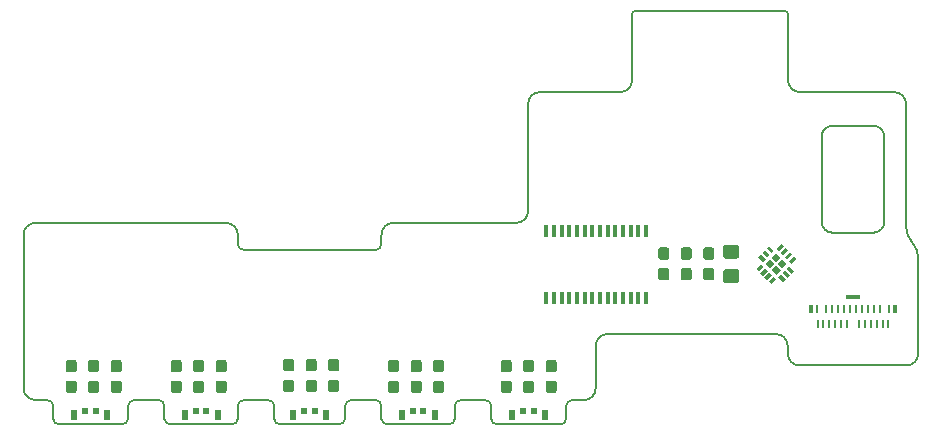
<source format=gbr>
%TF.GenerationSoftware,KiCad,Pcbnew,(5.0.0)*%
%TF.CreationDate,2019-04-02T12:12:56-04:00*%
%TF.ProjectId,Fusion USB Daughter Board,467573696F6E20555342204461756768,rev?*%
%TF.SameCoordinates,Original*%
%TF.FileFunction,Paste,Top*%
%TF.FilePolarity,Positive*%
%FSLAX46Y46*%
G04 Gerber Fmt 4.6, Leading zero omitted, Abs format (unit mm)*
G04 Created by KiCad (PCBNEW (5.0.0)) date 04/02/19 12:12:56*
%MOMM*%
%LPD*%
G01*
G04 APERTURE LIST*
%ADD10C,0.200000*%
%ADD11R,1.200000X0.350000*%
%ADD12R,0.300000X0.750000*%
%ADD13R,0.250000X0.750000*%
%ADD14C,0.100000*%
%ADD15C,0.950000*%
%ADD16C,1.150000*%
%ADD17R,0.600000X0.600000*%
%ADD18R,0.600000X0.900000*%
%ADD19C,0.300000*%
%ADD20C,0.550000*%
%ADD21R,0.400000X1.100000*%
G04 APERTURE END LIST*
D10*
X176900000Y-117250000D02*
G75*
G02X176000000Y-118150000I-900000J0D01*
G01*
X176900000Y-110000000D02*
X176900000Y-117250000D01*
X140544594Y-133887594D02*
X140544594Y-132824523D01*
X149969740Y-132824523D02*
G75*
G02X150469740Y-132324523I500000J0D01*
G01*
X144118853Y-134387594D02*
X149469740Y-134387594D01*
X144118853Y-134387594D02*
G75*
G02X143618853Y-133887594I0J500000D01*
G01*
X141044594Y-132324523D02*
X143118853Y-132324523D01*
X149969740Y-133887594D02*
X149969740Y-132824523D01*
X149969740Y-133887594D02*
G75*
G02X149469740Y-134387594I-500000J0D01*
G01*
X143618853Y-132824523D02*
X143618853Y-133887594D01*
X150469740Y-132324523D02*
X151469740Y-132324523D01*
X140544594Y-132824523D02*
G75*
G02X141044594Y-132324523I500000J0D01*
G01*
X143118853Y-132324523D02*
G75*
G02X143618853Y-132824523I0J-500000D01*
G01*
X152469740Y-127732704D02*
G75*
G02X153469740Y-126732704I1000000J0D01*
G01*
X168725000Y-127732704D02*
X168725000Y-128387594D01*
X167725000Y-126732704D02*
G75*
G02X168725000Y-127732704I0J-1000000D01*
G01*
X152469740Y-131324523D02*
G75*
G02X151469740Y-132324523I-1000000J0D01*
G01*
X179262500Y-118976457D02*
G75*
G02X179775000Y-120313373I-1487500J-1336916D01*
G01*
X179775000Y-128387594D02*
G75*
G02X178775000Y-129387594I-1000000J0D01*
G01*
X152469740Y-131324523D02*
X152469740Y-127732704D01*
X169725000Y-129387594D02*
X178775000Y-129387594D01*
X169725000Y-129387594D02*
G75*
G02X168725000Y-128387594I0J1000000D01*
G01*
X179775000Y-128387594D02*
X179775000Y-120313373D01*
X153469740Y-126732704D02*
X167725000Y-126732704D01*
X106030260Y-132324523D02*
G75*
G02X106530260Y-132824523I0J-500000D01*
G01*
X107030260Y-134387594D02*
G75*
G02X106530260Y-133887594I0J500000D01*
G01*
X106530260Y-132824523D02*
X106530260Y-133887594D01*
X105030260Y-132324523D02*
G75*
G02X104030260Y-131324523I0J1000000D01*
G01*
X104030260Y-118324523D02*
X104030260Y-131324523D01*
X104030260Y-118324523D02*
G75*
G02X105030260Y-117324523I1000000J0D01*
G01*
X112881146Y-132824523D02*
G75*
G02X113381146Y-132324523I500000J0D01*
G01*
X112881146Y-133887594D02*
X112881146Y-132824523D01*
X112881146Y-133887594D02*
G75*
G02X112381146Y-134387594I-500000J0D01*
G01*
X107030260Y-134387594D02*
X112381146Y-134387594D01*
X105030260Y-132324523D02*
X106030260Y-132324523D01*
X134329698Y-132824523D02*
X134329698Y-133887594D01*
X131252713Y-133887594D02*
G75*
G02X130752713Y-134387594I-500000J0D01*
G01*
X125747287Y-134387594D02*
X130752713Y-134387594D01*
X125747287Y-134387594D02*
G75*
G02X125247287Y-133887594I0J500000D01*
G01*
X140544594Y-133887594D02*
G75*
G02X140044594Y-134387594I-500000J0D01*
G01*
X133829698Y-132324523D02*
G75*
G02X134329698Y-132824523I0J-500000D01*
G01*
X134829698Y-134387594D02*
X140044594Y-134387594D01*
X134829698Y-134387594D02*
G75*
G02X134329698Y-133887594I0J500000D01*
G01*
X131252713Y-133887594D02*
X131252713Y-132824523D01*
X131752713Y-132324523D02*
X133829698Y-132324523D01*
X131252713Y-132824523D02*
G75*
G02X131752713Y-132324523I500000J0D01*
G01*
X168750000Y-105250000D02*
X168750000Y-99635787D01*
X177750000Y-106250000D02*
X169750000Y-106250000D01*
X178750000Y-117639541D02*
X178750000Y-107250000D01*
X177750000Y-106250000D02*
G75*
G02X178750000Y-107250000I0J-1000000D01*
G01*
X179262500Y-118976457D02*
G75*
G02X178750000Y-117639541I1487500J1336916D01*
G01*
X169750000Y-106250000D02*
G75*
G02X168750000Y-105250000I0J1000000D01*
G01*
X134329698Y-118324523D02*
G75*
G02X135329698Y-117324523I1000000J0D01*
G01*
X146750000Y-116324523D02*
G75*
G02X145750000Y-117324523I-1000000J0D01*
G01*
X146750000Y-107250000D02*
X146750000Y-116324523D01*
X155550000Y-105250000D02*
G75*
G02X154550000Y-106250000I-1000000J0D01*
G01*
X168500000Y-99385787D02*
X155800000Y-99385787D01*
X171600000Y-117250000D02*
X171600000Y-110000000D01*
X155550000Y-99635787D02*
X155550000Y-105250000D01*
X155550000Y-99635787D02*
G75*
G02X155800000Y-99385787I250000J0D01*
G01*
X172500000Y-109100000D02*
X176000000Y-109100000D01*
X171600000Y-110000000D02*
G75*
G02X172500000Y-109100000I900000J0D01*
G01*
X172500000Y-118150000D02*
G75*
G02X171600000Y-117250000I0J900000D01*
G01*
X146750000Y-107250000D02*
G75*
G02X147750000Y-106250000I1000000J0D01*
G01*
X134329698Y-119120333D02*
G75*
G02X133829698Y-119620333I-500000J0D01*
G01*
X122170301Y-119120333D02*
X122170301Y-118324523D01*
X145750000Y-117324523D02*
X135329698Y-117324523D01*
X134329698Y-118324523D02*
X134329698Y-119120333D01*
X168500000Y-99385787D02*
G75*
G02X168750000Y-99635787I0J-250000D01*
G01*
X176000000Y-118150000D02*
X172500000Y-118150000D01*
X154550000Y-106250000D02*
X147750000Y-106250000D01*
X121170301Y-117324523D02*
X105030260Y-117324523D01*
X121170301Y-117324523D02*
G75*
G02X122170301Y-118324523I0J-1000000D01*
G01*
X122670301Y-119620333D02*
G75*
G02X122170301Y-119120333I0J500000D01*
G01*
X133829698Y-119620333D02*
X122670301Y-119620333D01*
X113381146Y-132324523D02*
X115455406Y-132324523D01*
X124747287Y-132324523D02*
G75*
G02X125247287Y-132824523I0J-500000D01*
G01*
X122670301Y-132324523D02*
X124747287Y-132324523D01*
X122170301Y-133887594D02*
G75*
G02X121670301Y-134387594I-500000J0D01*
G01*
X115955406Y-132824523D02*
X115955406Y-133887594D01*
X116455406Y-134387594D02*
X121670301Y-134387594D01*
X125247287Y-132824523D02*
X125247287Y-133887594D01*
X122170301Y-132824523D02*
G75*
G02X122670301Y-132324523I500000J0D01*
G01*
X122170301Y-133887594D02*
X122170301Y-132824523D01*
X116455406Y-134387594D02*
G75*
G02X115955406Y-133887594I0J500000D01*
G01*
X115455406Y-132324523D02*
G75*
G02X115955406Y-132824523I0J-500000D01*
G01*
X176000000Y-109100000D02*
G75*
G02X176900000Y-110000000I0J-900000D01*
G01*
D11*
X174250000Y-123620000D03*
D12*
X170700000Y-124625000D03*
D13*
X171200000Y-124625000D03*
X172000000Y-124625000D03*
X172500000Y-124625000D03*
X173000000Y-124625000D03*
X173500000Y-124625000D03*
X174000000Y-124625000D03*
X174500000Y-124625000D03*
X175000000Y-124625000D03*
X175500000Y-124625000D03*
X176000000Y-124625000D03*
X176500000Y-124625000D03*
X177300000Y-124625000D03*
D12*
X177800000Y-124625000D03*
D13*
X177250000Y-125875000D03*
X176750000Y-125875000D03*
X176250000Y-125875000D03*
X175750000Y-125875000D03*
X175250000Y-125875000D03*
X174750000Y-125875000D03*
X173750000Y-125875000D03*
X173250000Y-125875000D03*
X172750000Y-125875000D03*
X172250000Y-125875000D03*
X171750000Y-125875000D03*
X171250000Y-125875000D03*
D14*
G36*
X158480779Y-119396144D02*
X158503834Y-119399563D01*
X158526443Y-119405227D01*
X158548387Y-119413079D01*
X158569457Y-119423044D01*
X158589448Y-119435026D01*
X158608168Y-119448910D01*
X158625438Y-119464562D01*
X158641090Y-119481832D01*
X158654974Y-119500552D01*
X158666956Y-119520543D01*
X158676921Y-119541613D01*
X158684773Y-119563557D01*
X158690437Y-119586166D01*
X158693856Y-119609221D01*
X158695000Y-119632500D01*
X158695000Y-120207500D01*
X158693856Y-120230779D01*
X158690437Y-120253834D01*
X158684773Y-120276443D01*
X158676921Y-120298387D01*
X158666956Y-120319457D01*
X158654974Y-120339448D01*
X158641090Y-120358168D01*
X158625438Y-120375438D01*
X158608168Y-120391090D01*
X158589448Y-120404974D01*
X158569457Y-120416956D01*
X158548387Y-120426921D01*
X158526443Y-120434773D01*
X158503834Y-120440437D01*
X158480779Y-120443856D01*
X158457500Y-120445000D01*
X157982500Y-120445000D01*
X157959221Y-120443856D01*
X157936166Y-120440437D01*
X157913557Y-120434773D01*
X157891613Y-120426921D01*
X157870543Y-120416956D01*
X157850552Y-120404974D01*
X157831832Y-120391090D01*
X157814562Y-120375438D01*
X157798910Y-120358168D01*
X157785026Y-120339448D01*
X157773044Y-120319457D01*
X157763079Y-120298387D01*
X157755227Y-120276443D01*
X157749563Y-120253834D01*
X157746144Y-120230779D01*
X157745000Y-120207500D01*
X157745000Y-119632500D01*
X157746144Y-119609221D01*
X157749563Y-119586166D01*
X157755227Y-119563557D01*
X157763079Y-119541613D01*
X157773044Y-119520543D01*
X157785026Y-119500552D01*
X157798910Y-119481832D01*
X157814562Y-119464562D01*
X157831832Y-119448910D01*
X157850552Y-119435026D01*
X157870543Y-119423044D01*
X157891613Y-119413079D01*
X157913557Y-119405227D01*
X157936166Y-119399563D01*
X157959221Y-119396144D01*
X157982500Y-119395000D01*
X158457500Y-119395000D01*
X158480779Y-119396144D01*
X158480779Y-119396144D01*
G37*
D15*
X158220000Y-119920000D03*
D14*
G36*
X158480779Y-121146144D02*
X158503834Y-121149563D01*
X158526443Y-121155227D01*
X158548387Y-121163079D01*
X158569457Y-121173044D01*
X158589448Y-121185026D01*
X158608168Y-121198910D01*
X158625438Y-121214562D01*
X158641090Y-121231832D01*
X158654974Y-121250552D01*
X158666956Y-121270543D01*
X158676921Y-121291613D01*
X158684773Y-121313557D01*
X158690437Y-121336166D01*
X158693856Y-121359221D01*
X158695000Y-121382500D01*
X158695000Y-121957500D01*
X158693856Y-121980779D01*
X158690437Y-122003834D01*
X158684773Y-122026443D01*
X158676921Y-122048387D01*
X158666956Y-122069457D01*
X158654974Y-122089448D01*
X158641090Y-122108168D01*
X158625438Y-122125438D01*
X158608168Y-122141090D01*
X158589448Y-122154974D01*
X158569457Y-122166956D01*
X158548387Y-122176921D01*
X158526443Y-122184773D01*
X158503834Y-122190437D01*
X158480779Y-122193856D01*
X158457500Y-122195000D01*
X157982500Y-122195000D01*
X157959221Y-122193856D01*
X157936166Y-122190437D01*
X157913557Y-122184773D01*
X157891613Y-122176921D01*
X157870543Y-122166956D01*
X157850552Y-122154974D01*
X157831832Y-122141090D01*
X157814562Y-122125438D01*
X157798910Y-122108168D01*
X157785026Y-122089448D01*
X157773044Y-122069457D01*
X157763079Y-122048387D01*
X157755227Y-122026443D01*
X157749563Y-122003834D01*
X157746144Y-121980779D01*
X157745000Y-121957500D01*
X157745000Y-121382500D01*
X157746144Y-121359221D01*
X157749563Y-121336166D01*
X157755227Y-121313557D01*
X157763079Y-121291613D01*
X157773044Y-121270543D01*
X157785026Y-121250552D01*
X157798910Y-121231832D01*
X157814562Y-121214562D01*
X157831832Y-121198910D01*
X157850552Y-121185026D01*
X157870543Y-121173044D01*
X157891613Y-121163079D01*
X157913557Y-121155227D01*
X157936166Y-121149563D01*
X157959221Y-121146144D01*
X157982500Y-121145000D01*
X158457500Y-121145000D01*
X158480779Y-121146144D01*
X158480779Y-121146144D01*
G37*
D15*
X158220000Y-121670000D03*
D14*
G36*
X164409505Y-119196204D02*
X164433773Y-119199804D01*
X164457572Y-119205765D01*
X164480671Y-119214030D01*
X164502850Y-119224520D01*
X164523893Y-119237132D01*
X164543599Y-119251747D01*
X164561777Y-119268223D01*
X164578253Y-119286401D01*
X164592868Y-119306107D01*
X164605480Y-119327150D01*
X164615970Y-119349329D01*
X164624235Y-119372428D01*
X164630196Y-119396227D01*
X164633796Y-119420495D01*
X164635000Y-119444999D01*
X164635000Y-120095001D01*
X164633796Y-120119505D01*
X164630196Y-120143773D01*
X164624235Y-120167572D01*
X164615970Y-120190671D01*
X164605480Y-120212850D01*
X164592868Y-120233893D01*
X164578253Y-120253599D01*
X164561777Y-120271777D01*
X164543599Y-120288253D01*
X164523893Y-120302868D01*
X164502850Y-120315480D01*
X164480671Y-120325970D01*
X164457572Y-120334235D01*
X164433773Y-120340196D01*
X164409505Y-120343796D01*
X164385001Y-120345000D01*
X163484999Y-120345000D01*
X163460495Y-120343796D01*
X163436227Y-120340196D01*
X163412428Y-120334235D01*
X163389329Y-120325970D01*
X163367150Y-120315480D01*
X163346107Y-120302868D01*
X163326401Y-120288253D01*
X163308223Y-120271777D01*
X163291747Y-120253599D01*
X163277132Y-120233893D01*
X163264520Y-120212850D01*
X163254030Y-120190671D01*
X163245765Y-120167572D01*
X163239804Y-120143773D01*
X163236204Y-120119505D01*
X163235000Y-120095001D01*
X163235000Y-119444999D01*
X163236204Y-119420495D01*
X163239804Y-119396227D01*
X163245765Y-119372428D01*
X163254030Y-119349329D01*
X163264520Y-119327150D01*
X163277132Y-119306107D01*
X163291747Y-119286401D01*
X163308223Y-119268223D01*
X163326401Y-119251747D01*
X163346107Y-119237132D01*
X163367150Y-119224520D01*
X163389329Y-119214030D01*
X163412428Y-119205765D01*
X163436227Y-119199804D01*
X163460495Y-119196204D01*
X163484999Y-119195000D01*
X164385001Y-119195000D01*
X164409505Y-119196204D01*
X164409505Y-119196204D01*
G37*
D16*
X163935000Y-119770000D03*
D14*
G36*
X164409505Y-121246204D02*
X164433773Y-121249804D01*
X164457572Y-121255765D01*
X164480671Y-121264030D01*
X164502850Y-121274520D01*
X164523893Y-121287132D01*
X164543599Y-121301747D01*
X164561777Y-121318223D01*
X164578253Y-121336401D01*
X164592868Y-121356107D01*
X164605480Y-121377150D01*
X164615970Y-121399329D01*
X164624235Y-121422428D01*
X164630196Y-121446227D01*
X164633796Y-121470495D01*
X164635000Y-121494999D01*
X164635000Y-122145001D01*
X164633796Y-122169505D01*
X164630196Y-122193773D01*
X164624235Y-122217572D01*
X164615970Y-122240671D01*
X164605480Y-122262850D01*
X164592868Y-122283893D01*
X164578253Y-122303599D01*
X164561777Y-122321777D01*
X164543599Y-122338253D01*
X164523893Y-122352868D01*
X164502850Y-122365480D01*
X164480671Y-122375970D01*
X164457572Y-122384235D01*
X164433773Y-122390196D01*
X164409505Y-122393796D01*
X164385001Y-122395000D01*
X163484999Y-122395000D01*
X163460495Y-122393796D01*
X163436227Y-122390196D01*
X163412428Y-122384235D01*
X163389329Y-122375970D01*
X163367150Y-122365480D01*
X163346107Y-122352868D01*
X163326401Y-122338253D01*
X163308223Y-122321777D01*
X163291747Y-122303599D01*
X163277132Y-122283893D01*
X163264520Y-122262850D01*
X163254030Y-122240671D01*
X163245765Y-122217572D01*
X163239804Y-122193773D01*
X163236204Y-122169505D01*
X163235000Y-122145001D01*
X163235000Y-121494999D01*
X163236204Y-121470495D01*
X163239804Y-121446227D01*
X163245765Y-121422428D01*
X163254030Y-121399329D01*
X163264520Y-121377150D01*
X163277132Y-121356107D01*
X163291747Y-121336401D01*
X163308223Y-121318223D01*
X163326401Y-121301747D01*
X163346107Y-121287132D01*
X163367150Y-121274520D01*
X163389329Y-121264030D01*
X163412428Y-121255765D01*
X163436227Y-121249804D01*
X163460495Y-121246204D01*
X163484999Y-121245000D01*
X164385001Y-121245000D01*
X164409505Y-121246204D01*
X164409505Y-121246204D01*
G37*
D16*
X163935000Y-121820000D03*
D14*
G36*
X162290779Y-119396144D02*
X162313834Y-119399563D01*
X162336443Y-119405227D01*
X162358387Y-119413079D01*
X162379457Y-119423044D01*
X162399448Y-119435026D01*
X162418168Y-119448910D01*
X162435438Y-119464562D01*
X162451090Y-119481832D01*
X162464974Y-119500552D01*
X162476956Y-119520543D01*
X162486921Y-119541613D01*
X162494773Y-119563557D01*
X162500437Y-119586166D01*
X162503856Y-119609221D01*
X162505000Y-119632500D01*
X162505000Y-120207500D01*
X162503856Y-120230779D01*
X162500437Y-120253834D01*
X162494773Y-120276443D01*
X162486921Y-120298387D01*
X162476956Y-120319457D01*
X162464974Y-120339448D01*
X162451090Y-120358168D01*
X162435438Y-120375438D01*
X162418168Y-120391090D01*
X162399448Y-120404974D01*
X162379457Y-120416956D01*
X162358387Y-120426921D01*
X162336443Y-120434773D01*
X162313834Y-120440437D01*
X162290779Y-120443856D01*
X162267500Y-120445000D01*
X161792500Y-120445000D01*
X161769221Y-120443856D01*
X161746166Y-120440437D01*
X161723557Y-120434773D01*
X161701613Y-120426921D01*
X161680543Y-120416956D01*
X161660552Y-120404974D01*
X161641832Y-120391090D01*
X161624562Y-120375438D01*
X161608910Y-120358168D01*
X161595026Y-120339448D01*
X161583044Y-120319457D01*
X161573079Y-120298387D01*
X161565227Y-120276443D01*
X161559563Y-120253834D01*
X161556144Y-120230779D01*
X161555000Y-120207500D01*
X161555000Y-119632500D01*
X161556144Y-119609221D01*
X161559563Y-119586166D01*
X161565227Y-119563557D01*
X161573079Y-119541613D01*
X161583044Y-119520543D01*
X161595026Y-119500552D01*
X161608910Y-119481832D01*
X161624562Y-119464562D01*
X161641832Y-119448910D01*
X161660552Y-119435026D01*
X161680543Y-119423044D01*
X161701613Y-119413079D01*
X161723557Y-119405227D01*
X161746166Y-119399563D01*
X161769221Y-119396144D01*
X161792500Y-119395000D01*
X162267500Y-119395000D01*
X162290779Y-119396144D01*
X162290779Y-119396144D01*
G37*
D15*
X162030000Y-119920000D03*
D14*
G36*
X162290779Y-121146144D02*
X162313834Y-121149563D01*
X162336443Y-121155227D01*
X162358387Y-121163079D01*
X162379457Y-121173044D01*
X162399448Y-121185026D01*
X162418168Y-121198910D01*
X162435438Y-121214562D01*
X162451090Y-121231832D01*
X162464974Y-121250552D01*
X162476956Y-121270543D01*
X162486921Y-121291613D01*
X162494773Y-121313557D01*
X162500437Y-121336166D01*
X162503856Y-121359221D01*
X162505000Y-121382500D01*
X162505000Y-121957500D01*
X162503856Y-121980779D01*
X162500437Y-122003834D01*
X162494773Y-122026443D01*
X162486921Y-122048387D01*
X162476956Y-122069457D01*
X162464974Y-122089448D01*
X162451090Y-122108168D01*
X162435438Y-122125438D01*
X162418168Y-122141090D01*
X162399448Y-122154974D01*
X162379457Y-122166956D01*
X162358387Y-122176921D01*
X162336443Y-122184773D01*
X162313834Y-122190437D01*
X162290779Y-122193856D01*
X162267500Y-122195000D01*
X161792500Y-122195000D01*
X161769221Y-122193856D01*
X161746166Y-122190437D01*
X161723557Y-122184773D01*
X161701613Y-122176921D01*
X161680543Y-122166956D01*
X161660552Y-122154974D01*
X161641832Y-122141090D01*
X161624562Y-122125438D01*
X161608910Y-122108168D01*
X161595026Y-122089448D01*
X161583044Y-122069457D01*
X161573079Y-122048387D01*
X161565227Y-122026443D01*
X161559563Y-122003834D01*
X161556144Y-121980779D01*
X161555000Y-121957500D01*
X161555000Y-121382500D01*
X161556144Y-121359221D01*
X161559563Y-121336166D01*
X161565227Y-121313557D01*
X161573079Y-121291613D01*
X161583044Y-121270543D01*
X161595026Y-121250552D01*
X161608910Y-121231832D01*
X161624562Y-121214562D01*
X161641832Y-121198910D01*
X161660552Y-121185026D01*
X161680543Y-121173044D01*
X161701613Y-121163079D01*
X161723557Y-121155227D01*
X161746166Y-121149563D01*
X161769221Y-121146144D01*
X161792500Y-121145000D01*
X162267500Y-121145000D01*
X162290779Y-121146144D01*
X162290779Y-121146144D01*
G37*
D15*
X162030000Y-121670000D03*
D17*
X128700000Y-133242000D03*
X127800000Y-133242000D03*
D18*
X129650000Y-133567000D03*
X126850000Y-133567000D03*
D17*
X119513000Y-133242000D03*
X118613000Y-133242000D03*
D18*
X120463000Y-133567000D03*
X117663000Y-133567000D03*
D17*
X110156000Y-133242000D03*
X109256000Y-133242000D03*
D18*
X111106000Y-133567000D03*
X108306000Y-133567000D03*
D17*
X137887000Y-133242000D03*
X136987000Y-133242000D03*
D18*
X138837000Y-133567000D03*
X136037000Y-133567000D03*
D17*
X147244000Y-133242000D03*
X146344000Y-133242000D03*
D18*
X148194000Y-133567000D03*
X145394000Y-133567000D03*
D14*
G36*
X160385779Y-121146144D02*
X160408834Y-121149563D01*
X160431443Y-121155227D01*
X160453387Y-121163079D01*
X160474457Y-121173044D01*
X160494448Y-121185026D01*
X160513168Y-121198910D01*
X160530438Y-121214562D01*
X160546090Y-121231832D01*
X160559974Y-121250552D01*
X160571956Y-121270543D01*
X160581921Y-121291613D01*
X160589773Y-121313557D01*
X160595437Y-121336166D01*
X160598856Y-121359221D01*
X160600000Y-121382500D01*
X160600000Y-121957500D01*
X160598856Y-121980779D01*
X160595437Y-122003834D01*
X160589773Y-122026443D01*
X160581921Y-122048387D01*
X160571956Y-122069457D01*
X160559974Y-122089448D01*
X160546090Y-122108168D01*
X160530438Y-122125438D01*
X160513168Y-122141090D01*
X160494448Y-122154974D01*
X160474457Y-122166956D01*
X160453387Y-122176921D01*
X160431443Y-122184773D01*
X160408834Y-122190437D01*
X160385779Y-122193856D01*
X160362500Y-122195000D01*
X159887500Y-122195000D01*
X159864221Y-122193856D01*
X159841166Y-122190437D01*
X159818557Y-122184773D01*
X159796613Y-122176921D01*
X159775543Y-122166956D01*
X159755552Y-122154974D01*
X159736832Y-122141090D01*
X159719562Y-122125438D01*
X159703910Y-122108168D01*
X159690026Y-122089448D01*
X159678044Y-122069457D01*
X159668079Y-122048387D01*
X159660227Y-122026443D01*
X159654563Y-122003834D01*
X159651144Y-121980779D01*
X159650000Y-121957500D01*
X159650000Y-121382500D01*
X159651144Y-121359221D01*
X159654563Y-121336166D01*
X159660227Y-121313557D01*
X159668079Y-121291613D01*
X159678044Y-121270543D01*
X159690026Y-121250552D01*
X159703910Y-121231832D01*
X159719562Y-121214562D01*
X159736832Y-121198910D01*
X159755552Y-121185026D01*
X159775543Y-121173044D01*
X159796613Y-121163079D01*
X159818557Y-121155227D01*
X159841166Y-121149563D01*
X159864221Y-121146144D01*
X159887500Y-121145000D01*
X160362500Y-121145000D01*
X160385779Y-121146144D01*
X160385779Y-121146144D01*
G37*
D15*
X160125000Y-121670000D03*
D14*
G36*
X160385779Y-119396144D02*
X160408834Y-119399563D01*
X160431443Y-119405227D01*
X160453387Y-119413079D01*
X160474457Y-119423044D01*
X160494448Y-119435026D01*
X160513168Y-119448910D01*
X160530438Y-119464562D01*
X160546090Y-119481832D01*
X160559974Y-119500552D01*
X160571956Y-119520543D01*
X160581921Y-119541613D01*
X160589773Y-119563557D01*
X160595437Y-119586166D01*
X160598856Y-119609221D01*
X160600000Y-119632500D01*
X160600000Y-120207500D01*
X160598856Y-120230779D01*
X160595437Y-120253834D01*
X160589773Y-120276443D01*
X160581921Y-120298387D01*
X160571956Y-120319457D01*
X160559974Y-120339448D01*
X160546090Y-120358168D01*
X160530438Y-120375438D01*
X160513168Y-120391090D01*
X160494448Y-120404974D01*
X160474457Y-120416956D01*
X160453387Y-120426921D01*
X160431443Y-120434773D01*
X160408834Y-120440437D01*
X160385779Y-120443856D01*
X160362500Y-120445000D01*
X159887500Y-120445000D01*
X159864221Y-120443856D01*
X159841166Y-120440437D01*
X159818557Y-120434773D01*
X159796613Y-120426921D01*
X159775543Y-120416956D01*
X159755552Y-120404974D01*
X159736832Y-120391090D01*
X159719562Y-120375438D01*
X159703910Y-120358168D01*
X159690026Y-120339448D01*
X159678044Y-120319457D01*
X159668079Y-120298387D01*
X159660227Y-120276443D01*
X159654563Y-120253834D01*
X159651144Y-120230779D01*
X159650000Y-120207500D01*
X159650000Y-119632500D01*
X159651144Y-119609221D01*
X159654563Y-119586166D01*
X159660227Y-119563557D01*
X159668079Y-119541613D01*
X159678044Y-119520543D01*
X159690026Y-119500552D01*
X159703910Y-119481832D01*
X159719562Y-119464562D01*
X159736832Y-119448910D01*
X159755552Y-119435026D01*
X159775543Y-119423044D01*
X159796613Y-119413079D01*
X159818557Y-119405227D01*
X159841166Y-119399563D01*
X159864221Y-119396144D01*
X159887500Y-119395000D01*
X160362500Y-119395000D01*
X160385779Y-119396144D01*
X160385779Y-119396144D01*
G37*
D15*
X160125000Y-119920000D03*
D14*
G36*
X130540779Y-128851144D02*
X130563834Y-128854563D01*
X130586443Y-128860227D01*
X130608387Y-128868079D01*
X130629457Y-128878044D01*
X130649448Y-128890026D01*
X130668168Y-128903910D01*
X130685438Y-128919562D01*
X130701090Y-128936832D01*
X130714974Y-128955552D01*
X130726956Y-128975543D01*
X130736921Y-128996613D01*
X130744773Y-129018557D01*
X130750437Y-129041166D01*
X130753856Y-129064221D01*
X130755000Y-129087500D01*
X130755000Y-129662500D01*
X130753856Y-129685779D01*
X130750437Y-129708834D01*
X130744773Y-129731443D01*
X130736921Y-129753387D01*
X130726956Y-129774457D01*
X130714974Y-129794448D01*
X130701090Y-129813168D01*
X130685438Y-129830438D01*
X130668168Y-129846090D01*
X130649448Y-129859974D01*
X130629457Y-129871956D01*
X130608387Y-129881921D01*
X130586443Y-129889773D01*
X130563834Y-129895437D01*
X130540779Y-129898856D01*
X130517500Y-129900000D01*
X130042500Y-129900000D01*
X130019221Y-129898856D01*
X129996166Y-129895437D01*
X129973557Y-129889773D01*
X129951613Y-129881921D01*
X129930543Y-129871956D01*
X129910552Y-129859974D01*
X129891832Y-129846090D01*
X129874562Y-129830438D01*
X129858910Y-129813168D01*
X129845026Y-129794448D01*
X129833044Y-129774457D01*
X129823079Y-129753387D01*
X129815227Y-129731443D01*
X129809563Y-129708834D01*
X129806144Y-129685779D01*
X129805000Y-129662500D01*
X129805000Y-129087500D01*
X129806144Y-129064221D01*
X129809563Y-129041166D01*
X129815227Y-129018557D01*
X129823079Y-128996613D01*
X129833044Y-128975543D01*
X129845026Y-128955552D01*
X129858910Y-128936832D01*
X129874562Y-128919562D01*
X129891832Y-128903910D01*
X129910552Y-128890026D01*
X129930543Y-128878044D01*
X129951613Y-128868079D01*
X129973557Y-128860227D01*
X129996166Y-128854563D01*
X130019221Y-128851144D01*
X130042500Y-128850000D01*
X130517500Y-128850000D01*
X130540779Y-128851144D01*
X130540779Y-128851144D01*
G37*
D15*
X130280000Y-129375000D03*
D14*
G36*
X130540779Y-130601144D02*
X130563834Y-130604563D01*
X130586443Y-130610227D01*
X130608387Y-130618079D01*
X130629457Y-130628044D01*
X130649448Y-130640026D01*
X130668168Y-130653910D01*
X130685438Y-130669562D01*
X130701090Y-130686832D01*
X130714974Y-130705552D01*
X130726956Y-130725543D01*
X130736921Y-130746613D01*
X130744773Y-130768557D01*
X130750437Y-130791166D01*
X130753856Y-130814221D01*
X130755000Y-130837500D01*
X130755000Y-131412500D01*
X130753856Y-131435779D01*
X130750437Y-131458834D01*
X130744773Y-131481443D01*
X130736921Y-131503387D01*
X130726956Y-131524457D01*
X130714974Y-131544448D01*
X130701090Y-131563168D01*
X130685438Y-131580438D01*
X130668168Y-131596090D01*
X130649448Y-131609974D01*
X130629457Y-131621956D01*
X130608387Y-131631921D01*
X130586443Y-131639773D01*
X130563834Y-131645437D01*
X130540779Y-131648856D01*
X130517500Y-131650000D01*
X130042500Y-131650000D01*
X130019221Y-131648856D01*
X129996166Y-131645437D01*
X129973557Y-131639773D01*
X129951613Y-131631921D01*
X129930543Y-131621956D01*
X129910552Y-131609974D01*
X129891832Y-131596090D01*
X129874562Y-131580438D01*
X129858910Y-131563168D01*
X129845026Y-131544448D01*
X129833044Y-131524457D01*
X129823079Y-131503387D01*
X129815227Y-131481443D01*
X129809563Y-131458834D01*
X129806144Y-131435779D01*
X129805000Y-131412500D01*
X129805000Y-130837500D01*
X129806144Y-130814221D01*
X129809563Y-130791166D01*
X129815227Y-130768557D01*
X129823079Y-130746613D01*
X129833044Y-130725543D01*
X129845026Y-130705552D01*
X129858910Y-130686832D01*
X129874562Y-130669562D01*
X129891832Y-130653910D01*
X129910552Y-130640026D01*
X129930543Y-130628044D01*
X129951613Y-130618079D01*
X129973557Y-130610227D01*
X129996166Y-130604563D01*
X130019221Y-130601144D01*
X130042500Y-130600000D01*
X130517500Y-130600000D01*
X130540779Y-130601144D01*
X130540779Y-130601144D01*
G37*
D15*
X130280000Y-131125000D03*
D14*
G36*
X128635779Y-128851144D02*
X128658834Y-128854563D01*
X128681443Y-128860227D01*
X128703387Y-128868079D01*
X128724457Y-128878044D01*
X128744448Y-128890026D01*
X128763168Y-128903910D01*
X128780438Y-128919562D01*
X128796090Y-128936832D01*
X128809974Y-128955552D01*
X128821956Y-128975543D01*
X128831921Y-128996613D01*
X128839773Y-129018557D01*
X128845437Y-129041166D01*
X128848856Y-129064221D01*
X128850000Y-129087500D01*
X128850000Y-129662500D01*
X128848856Y-129685779D01*
X128845437Y-129708834D01*
X128839773Y-129731443D01*
X128831921Y-129753387D01*
X128821956Y-129774457D01*
X128809974Y-129794448D01*
X128796090Y-129813168D01*
X128780438Y-129830438D01*
X128763168Y-129846090D01*
X128744448Y-129859974D01*
X128724457Y-129871956D01*
X128703387Y-129881921D01*
X128681443Y-129889773D01*
X128658834Y-129895437D01*
X128635779Y-129898856D01*
X128612500Y-129900000D01*
X128137500Y-129900000D01*
X128114221Y-129898856D01*
X128091166Y-129895437D01*
X128068557Y-129889773D01*
X128046613Y-129881921D01*
X128025543Y-129871956D01*
X128005552Y-129859974D01*
X127986832Y-129846090D01*
X127969562Y-129830438D01*
X127953910Y-129813168D01*
X127940026Y-129794448D01*
X127928044Y-129774457D01*
X127918079Y-129753387D01*
X127910227Y-129731443D01*
X127904563Y-129708834D01*
X127901144Y-129685779D01*
X127900000Y-129662500D01*
X127900000Y-129087500D01*
X127901144Y-129064221D01*
X127904563Y-129041166D01*
X127910227Y-129018557D01*
X127918079Y-128996613D01*
X127928044Y-128975543D01*
X127940026Y-128955552D01*
X127953910Y-128936832D01*
X127969562Y-128919562D01*
X127986832Y-128903910D01*
X128005552Y-128890026D01*
X128025543Y-128878044D01*
X128046613Y-128868079D01*
X128068557Y-128860227D01*
X128091166Y-128854563D01*
X128114221Y-128851144D01*
X128137500Y-128850000D01*
X128612500Y-128850000D01*
X128635779Y-128851144D01*
X128635779Y-128851144D01*
G37*
D15*
X128375000Y-129375000D03*
D14*
G36*
X128635779Y-130601144D02*
X128658834Y-130604563D01*
X128681443Y-130610227D01*
X128703387Y-130618079D01*
X128724457Y-130628044D01*
X128744448Y-130640026D01*
X128763168Y-130653910D01*
X128780438Y-130669562D01*
X128796090Y-130686832D01*
X128809974Y-130705552D01*
X128821956Y-130725543D01*
X128831921Y-130746613D01*
X128839773Y-130768557D01*
X128845437Y-130791166D01*
X128848856Y-130814221D01*
X128850000Y-130837500D01*
X128850000Y-131412500D01*
X128848856Y-131435779D01*
X128845437Y-131458834D01*
X128839773Y-131481443D01*
X128831921Y-131503387D01*
X128821956Y-131524457D01*
X128809974Y-131544448D01*
X128796090Y-131563168D01*
X128780438Y-131580438D01*
X128763168Y-131596090D01*
X128744448Y-131609974D01*
X128724457Y-131621956D01*
X128703387Y-131631921D01*
X128681443Y-131639773D01*
X128658834Y-131645437D01*
X128635779Y-131648856D01*
X128612500Y-131650000D01*
X128137500Y-131650000D01*
X128114221Y-131648856D01*
X128091166Y-131645437D01*
X128068557Y-131639773D01*
X128046613Y-131631921D01*
X128025543Y-131621956D01*
X128005552Y-131609974D01*
X127986832Y-131596090D01*
X127969562Y-131580438D01*
X127953910Y-131563168D01*
X127940026Y-131544448D01*
X127928044Y-131524457D01*
X127918079Y-131503387D01*
X127910227Y-131481443D01*
X127904563Y-131458834D01*
X127901144Y-131435779D01*
X127900000Y-131412500D01*
X127900000Y-130837500D01*
X127901144Y-130814221D01*
X127904563Y-130791166D01*
X127910227Y-130768557D01*
X127918079Y-130746613D01*
X127928044Y-130725543D01*
X127940026Y-130705552D01*
X127953910Y-130686832D01*
X127969562Y-130669562D01*
X127986832Y-130653910D01*
X128005552Y-130640026D01*
X128025543Y-130628044D01*
X128046613Y-130618079D01*
X128068557Y-130610227D01*
X128091166Y-130604563D01*
X128114221Y-130601144D01*
X128137500Y-130600000D01*
X128612500Y-130600000D01*
X128635779Y-130601144D01*
X128635779Y-130601144D01*
G37*
D15*
X128375000Y-131125000D03*
D14*
G36*
X126730779Y-128851144D02*
X126753834Y-128854563D01*
X126776443Y-128860227D01*
X126798387Y-128868079D01*
X126819457Y-128878044D01*
X126839448Y-128890026D01*
X126858168Y-128903910D01*
X126875438Y-128919562D01*
X126891090Y-128936832D01*
X126904974Y-128955552D01*
X126916956Y-128975543D01*
X126926921Y-128996613D01*
X126934773Y-129018557D01*
X126940437Y-129041166D01*
X126943856Y-129064221D01*
X126945000Y-129087500D01*
X126945000Y-129662500D01*
X126943856Y-129685779D01*
X126940437Y-129708834D01*
X126934773Y-129731443D01*
X126926921Y-129753387D01*
X126916956Y-129774457D01*
X126904974Y-129794448D01*
X126891090Y-129813168D01*
X126875438Y-129830438D01*
X126858168Y-129846090D01*
X126839448Y-129859974D01*
X126819457Y-129871956D01*
X126798387Y-129881921D01*
X126776443Y-129889773D01*
X126753834Y-129895437D01*
X126730779Y-129898856D01*
X126707500Y-129900000D01*
X126232500Y-129900000D01*
X126209221Y-129898856D01*
X126186166Y-129895437D01*
X126163557Y-129889773D01*
X126141613Y-129881921D01*
X126120543Y-129871956D01*
X126100552Y-129859974D01*
X126081832Y-129846090D01*
X126064562Y-129830438D01*
X126048910Y-129813168D01*
X126035026Y-129794448D01*
X126023044Y-129774457D01*
X126013079Y-129753387D01*
X126005227Y-129731443D01*
X125999563Y-129708834D01*
X125996144Y-129685779D01*
X125995000Y-129662500D01*
X125995000Y-129087500D01*
X125996144Y-129064221D01*
X125999563Y-129041166D01*
X126005227Y-129018557D01*
X126013079Y-128996613D01*
X126023044Y-128975543D01*
X126035026Y-128955552D01*
X126048910Y-128936832D01*
X126064562Y-128919562D01*
X126081832Y-128903910D01*
X126100552Y-128890026D01*
X126120543Y-128878044D01*
X126141613Y-128868079D01*
X126163557Y-128860227D01*
X126186166Y-128854563D01*
X126209221Y-128851144D01*
X126232500Y-128850000D01*
X126707500Y-128850000D01*
X126730779Y-128851144D01*
X126730779Y-128851144D01*
G37*
D15*
X126470000Y-129375000D03*
D14*
G36*
X126730779Y-130601144D02*
X126753834Y-130604563D01*
X126776443Y-130610227D01*
X126798387Y-130618079D01*
X126819457Y-130628044D01*
X126839448Y-130640026D01*
X126858168Y-130653910D01*
X126875438Y-130669562D01*
X126891090Y-130686832D01*
X126904974Y-130705552D01*
X126916956Y-130725543D01*
X126926921Y-130746613D01*
X126934773Y-130768557D01*
X126940437Y-130791166D01*
X126943856Y-130814221D01*
X126945000Y-130837500D01*
X126945000Y-131412500D01*
X126943856Y-131435779D01*
X126940437Y-131458834D01*
X126934773Y-131481443D01*
X126926921Y-131503387D01*
X126916956Y-131524457D01*
X126904974Y-131544448D01*
X126891090Y-131563168D01*
X126875438Y-131580438D01*
X126858168Y-131596090D01*
X126839448Y-131609974D01*
X126819457Y-131621956D01*
X126798387Y-131631921D01*
X126776443Y-131639773D01*
X126753834Y-131645437D01*
X126730779Y-131648856D01*
X126707500Y-131650000D01*
X126232500Y-131650000D01*
X126209221Y-131648856D01*
X126186166Y-131645437D01*
X126163557Y-131639773D01*
X126141613Y-131631921D01*
X126120543Y-131621956D01*
X126100552Y-131609974D01*
X126081832Y-131596090D01*
X126064562Y-131580438D01*
X126048910Y-131563168D01*
X126035026Y-131544448D01*
X126023044Y-131524457D01*
X126013079Y-131503387D01*
X126005227Y-131481443D01*
X125999563Y-131458834D01*
X125996144Y-131435779D01*
X125995000Y-131412500D01*
X125995000Y-130837500D01*
X125996144Y-130814221D01*
X125999563Y-130791166D01*
X126005227Y-130768557D01*
X126013079Y-130746613D01*
X126023044Y-130725543D01*
X126035026Y-130705552D01*
X126048910Y-130686832D01*
X126064562Y-130669562D01*
X126081832Y-130653910D01*
X126100552Y-130640026D01*
X126120543Y-130628044D01*
X126141613Y-130618079D01*
X126163557Y-130610227D01*
X126186166Y-130604563D01*
X126209221Y-130601144D01*
X126232500Y-130600000D01*
X126707500Y-130600000D01*
X126730779Y-130601144D01*
X126730779Y-130601144D01*
G37*
D15*
X126470000Y-131125000D03*
D14*
G36*
X121015779Y-128921144D02*
X121038834Y-128924563D01*
X121061443Y-128930227D01*
X121083387Y-128938079D01*
X121104457Y-128948044D01*
X121124448Y-128960026D01*
X121143168Y-128973910D01*
X121160438Y-128989562D01*
X121176090Y-129006832D01*
X121189974Y-129025552D01*
X121201956Y-129045543D01*
X121211921Y-129066613D01*
X121219773Y-129088557D01*
X121225437Y-129111166D01*
X121228856Y-129134221D01*
X121230000Y-129157500D01*
X121230000Y-129732500D01*
X121228856Y-129755779D01*
X121225437Y-129778834D01*
X121219773Y-129801443D01*
X121211921Y-129823387D01*
X121201956Y-129844457D01*
X121189974Y-129864448D01*
X121176090Y-129883168D01*
X121160438Y-129900438D01*
X121143168Y-129916090D01*
X121124448Y-129929974D01*
X121104457Y-129941956D01*
X121083387Y-129951921D01*
X121061443Y-129959773D01*
X121038834Y-129965437D01*
X121015779Y-129968856D01*
X120992500Y-129970000D01*
X120517500Y-129970000D01*
X120494221Y-129968856D01*
X120471166Y-129965437D01*
X120448557Y-129959773D01*
X120426613Y-129951921D01*
X120405543Y-129941956D01*
X120385552Y-129929974D01*
X120366832Y-129916090D01*
X120349562Y-129900438D01*
X120333910Y-129883168D01*
X120320026Y-129864448D01*
X120308044Y-129844457D01*
X120298079Y-129823387D01*
X120290227Y-129801443D01*
X120284563Y-129778834D01*
X120281144Y-129755779D01*
X120280000Y-129732500D01*
X120280000Y-129157500D01*
X120281144Y-129134221D01*
X120284563Y-129111166D01*
X120290227Y-129088557D01*
X120298079Y-129066613D01*
X120308044Y-129045543D01*
X120320026Y-129025552D01*
X120333910Y-129006832D01*
X120349562Y-128989562D01*
X120366832Y-128973910D01*
X120385552Y-128960026D01*
X120405543Y-128948044D01*
X120426613Y-128938079D01*
X120448557Y-128930227D01*
X120471166Y-128924563D01*
X120494221Y-128921144D01*
X120517500Y-128920000D01*
X120992500Y-128920000D01*
X121015779Y-128921144D01*
X121015779Y-128921144D01*
G37*
D15*
X120755000Y-129445000D03*
D14*
G36*
X121015779Y-130671144D02*
X121038834Y-130674563D01*
X121061443Y-130680227D01*
X121083387Y-130688079D01*
X121104457Y-130698044D01*
X121124448Y-130710026D01*
X121143168Y-130723910D01*
X121160438Y-130739562D01*
X121176090Y-130756832D01*
X121189974Y-130775552D01*
X121201956Y-130795543D01*
X121211921Y-130816613D01*
X121219773Y-130838557D01*
X121225437Y-130861166D01*
X121228856Y-130884221D01*
X121230000Y-130907500D01*
X121230000Y-131482500D01*
X121228856Y-131505779D01*
X121225437Y-131528834D01*
X121219773Y-131551443D01*
X121211921Y-131573387D01*
X121201956Y-131594457D01*
X121189974Y-131614448D01*
X121176090Y-131633168D01*
X121160438Y-131650438D01*
X121143168Y-131666090D01*
X121124448Y-131679974D01*
X121104457Y-131691956D01*
X121083387Y-131701921D01*
X121061443Y-131709773D01*
X121038834Y-131715437D01*
X121015779Y-131718856D01*
X120992500Y-131720000D01*
X120517500Y-131720000D01*
X120494221Y-131718856D01*
X120471166Y-131715437D01*
X120448557Y-131709773D01*
X120426613Y-131701921D01*
X120405543Y-131691956D01*
X120385552Y-131679974D01*
X120366832Y-131666090D01*
X120349562Y-131650438D01*
X120333910Y-131633168D01*
X120320026Y-131614448D01*
X120308044Y-131594457D01*
X120298079Y-131573387D01*
X120290227Y-131551443D01*
X120284563Y-131528834D01*
X120281144Y-131505779D01*
X120280000Y-131482500D01*
X120280000Y-130907500D01*
X120281144Y-130884221D01*
X120284563Y-130861166D01*
X120290227Y-130838557D01*
X120298079Y-130816613D01*
X120308044Y-130795543D01*
X120320026Y-130775552D01*
X120333910Y-130756832D01*
X120349562Y-130739562D01*
X120366832Y-130723910D01*
X120385552Y-130710026D01*
X120405543Y-130698044D01*
X120426613Y-130688079D01*
X120448557Y-130680227D01*
X120471166Y-130674563D01*
X120494221Y-130671144D01*
X120517500Y-130670000D01*
X120992500Y-130670000D01*
X121015779Y-130671144D01*
X121015779Y-130671144D01*
G37*
D15*
X120755000Y-131195000D03*
D14*
G36*
X119110779Y-128921144D02*
X119133834Y-128924563D01*
X119156443Y-128930227D01*
X119178387Y-128938079D01*
X119199457Y-128948044D01*
X119219448Y-128960026D01*
X119238168Y-128973910D01*
X119255438Y-128989562D01*
X119271090Y-129006832D01*
X119284974Y-129025552D01*
X119296956Y-129045543D01*
X119306921Y-129066613D01*
X119314773Y-129088557D01*
X119320437Y-129111166D01*
X119323856Y-129134221D01*
X119325000Y-129157500D01*
X119325000Y-129732500D01*
X119323856Y-129755779D01*
X119320437Y-129778834D01*
X119314773Y-129801443D01*
X119306921Y-129823387D01*
X119296956Y-129844457D01*
X119284974Y-129864448D01*
X119271090Y-129883168D01*
X119255438Y-129900438D01*
X119238168Y-129916090D01*
X119219448Y-129929974D01*
X119199457Y-129941956D01*
X119178387Y-129951921D01*
X119156443Y-129959773D01*
X119133834Y-129965437D01*
X119110779Y-129968856D01*
X119087500Y-129970000D01*
X118612500Y-129970000D01*
X118589221Y-129968856D01*
X118566166Y-129965437D01*
X118543557Y-129959773D01*
X118521613Y-129951921D01*
X118500543Y-129941956D01*
X118480552Y-129929974D01*
X118461832Y-129916090D01*
X118444562Y-129900438D01*
X118428910Y-129883168D01*
X118415026Y-129864448D01*
X118403044Y-129844457D01*
X118393079Y-129823387D01*
X118385227Y-129801443D01*
X118379563Y-129778834D01*
X118376144Y-129755779D01*
X118375000Y-129732500D01*
X118375000Y-129157500D01*
X118376144Y-129134221D01*
X118379563Y-129111166D01*
X118385227Y-129088557D01*
X118393079Y-129066613D01*
X118403044Y-129045543D01*
X118415026Y-129025552D01*
X118428910Y-129006832D01*
X118444562Y-128989562D01*
X118461832Y-128973910D01*
X118480552Y-128960026D01*
X118500543Y-128948044D01*
X118521613Y-128938079D01*
X118543557Y-128930227D01*
X118566166Y-128924563D01*
X118589221Y-128921144D01*
X118612500Y-128920000D01*
X119087500Y-128920000D01*
X119110779Y-128921144D01*
X119110779Y-128921144D01*
G37*
D15*
X118850000Y-129445000D03*
D14*
G36*
X119110779Y-130671144D02*
X119133834Y-130674563D01*
X119156443Y-130680227D01*
X119178387Y-130688079D01*
X119199457Y-130698044D01*
X119219448Y-130710026D01*
X119238168Y-130723910D01*
X119255438Y-130739562D01*
X119271090Y-130756832D01*
X119284974Y-130775552D01*
X119296956Y-130795543D01*
X119306921Y-130816613D01*
X119314773Y-130838557D01*
X119320437Y-130861166D01*
X119323856Y-130884221D01*
X119325000Y-130907500D01*
X119325000Y-131482500D01*
X119323856Y-131505779D01*
X119320437Y-131528834D01*
X119314773Y-131551443D01*
X119306921Y-131573387D01*
X119296956Y-131594457D01*
X119284974Y-131614448D01*
X119271090Y-131633168D01*
X119255438Y-131650438D01*
X119238168Y-131666090D01*
X119219448Y-131679974D01*
X119199457Y-131691956D01*
X119178387Y-131701921D01*
X119156443Y-131709773D01*
X119133834Y-131715437D01*
X119110779Y-131718856D01*
X119087500Y-131720000D01*
X118612500Y-131720000D01*
X118589221Y-131718856D01*
X118566166Y-131715437D01*
X118543557Y-131709773D01*
X118521613Y-131701921D01*
X118500543Y-131691956D01*
X118480552Y-131679974D01*
X118461832Y-131666090D01*
X118444562Y-131650438D01*
X118428910Y-131633168D01*
X118415026Y-131614448D01*
X118403044Y-131594457D01*
X118393079Y-131573387D01*
X118385227Y-131551443D01*
X118379563Y-131528834D01*
X118376144Y-131505779D01*
X118375000Y-131482500D01*
X118375000Y-130907500D01*
X118376144Y-130884221D01*
X118379563Y-130861166D01*
X118385227Y-130838557D01*
X118393079Y-130816613D01*
X118403044Y-130795543D01*
X118415026Y-130775552D01*
X118428910Y-130756832D01*
X118444562Y-130739562D01*
X118461832Y-130723910D01*
X118480552Y-130710026D01*
X118500543Y-130698044D01*
X118521613Y-130688079D01*
X118543557Y-130680227D01*
X118566166Y-130674563D01*
X118589221Y-130671144D01*
X118612500Y-130670000D01*
X119087500Y-130670000D01*
X119110779Y-130671144D01*
X119110779Y-130671144D01*
G37*
D15*
X118850000Y-131195000D03*
D14*
G36*
X117205779Y-128921144D02*
X117228834Y-128924563D01*
X117251443Y-128930227D01*
X117273387Y-128938079D01*
X117294457Y-128948044D01*
X117314448Y-128960026D01*
X117333168Y-128973910D01*
X117350438Y-128989562D01*
X117366090Y-129006832D01*
X117379974Y-129025552D01*
X117391956Y-129045543D01*
X117401921Y-129066613D01*
X117409773Y-129088557D01*
X117415437Y-129111166D01*
X117418856Y-129134221D01*
X117420000Y-129157500D01*
X117420000Y-129732500D01*
X117418856Y-129755779D01*
X117415437Y-129778834D01*
X117409773Y-129801443D01*
X117401921Y-129823387D01*
X117391956Y-129844457D01*
X117379974Y-129864448D01*
X117366090Y-129883168D01*
X117350438Y-129900438D01*
X117333168Y-129916090D01*
X117314448Y-129929974D01*
X117294457Y-129941956D01*
X117273387Y-129951921D01*
X117251443Y-129959773D01*
X117228834Y-129965437D01*
X117205779Y-129968856D01*
X117182500Y-129970000D01*
X116707500Y-129970000D01*
X116684221Y-129968856D01*
X116661166Y-129965437D01*
X116638557Y-129959773D01*
X116616613Y-129951921D01*
X116595543Y-129941956D01*
X116575552Y-129929974D01*
X116556832Y-129916090D01*
X116539562Y-129900438D01*
X116523910Y-129883168D01*
X116510026Y-129864448D01*
X116498044Y-129844457D01*
X116488079Y-129823387D01*
X116480227Y-129801443D01*
X116474563Y-129778834D01*
X116471144Y-129755779D01*
X116470000Y-129732500D01*
X116470000Y-129157500D01*
X116471144Y-129134221D01*
X116474563Y-129111166D01*
X116480227Y-129088557D01*
X116488079Y-129066613D01*
X116498044Y-129045543D01*
X116510026Y-129025552D01*
X116523910Y-129006832D01*
X116539562Y-128989562D01*
X116556832Y-128973910D01*
X116575552Y-128960026D01*
X116595543Y-128948044D01*
X116616613Y-128938079D01*
X116638557Y-128930227D01*
X116661166Y-128924563D01*
X116684221Y-128921144D01*
X116707500Y-128920000D01*
X117182500Y-128920000D01*
X117205779Y-128921144D01*
X117205779Y-128921144D01*
G37*
D15*
X116945000Y-129445000D03*
D14*
G36*
X117205779Y-130671144D02*
X117228834Y-130674563D01*
X117251443Y-130680227D01*
X117273387Y-130688079D01*
X117294457Y-130698044D01*
X117314448Y-130710026D01*
X117333168Y-130723910D01*
X117350438Y-130739562D01*
X117366090Y-130756832D01*
X117379974Y-130775552D01*
X117391956Y-130795543D01*
X117401921Y-130816613D01*
X117409773Y-130838557D01*
X117415437Y-130861166D01*
X117418856Y-130884221D01*
X117420000Y-130907500D01*
X117420000Y-131482500D01*
X117418856Y-131505779D01*
X117415437Y-131528834D01*
X117409773Y-131551443D01*
X117401921Y-131573387D01*
X117391956Y-131594457D01*
X117379974Y-131614448D01*
X117366090Y-131633168D01*
X117350438Y-131650438D01*
X117333168Y-131666090D01*
X117314448Y-131679974D01*
X117294457Y-131691956D01*
X117273387Y-131701921D01*
X117251443Y-131709773D01*
X117228834Y-131715437D01*
X117205779Y-131718856D01*
X117182500Y-131720000D01*
X116707500Y-131720000D01*
X116684221Y-131718856D01*
X116661166Y-131715437D01*
X116638557Y-131709773D01*
X116616613Y-131701921D01*
X116595543Y-131691956D01*
X116575552Y-131679974D01*
X116556832Y-131666090D01*
X116539562Y-131650438D01*
X116523910Y-131633168D01*
X116510026Y-131614448D01*
X116498044Y-131594457D01*
X116488079Y-131573387D01*
X116480227Y-131551443D01*
X116474563Y-131528834D01*
X116471144Y-131505779D01*
X116470000Y-131482500D01*
X116470000Y-130907500D01*
X116471144Y-130884221D01*
X116474563Y-130861166D01*
X116480227Y-130838557D01*
X116488079Y-130816613D01*
X116498044Y-130795543D01*
X116510026Y-130775552D01*
X116523910Y-130756832D01*
X116539562Y-130739562D01*
X116556832Y-130723910D01*
X116575552Y-130710026D01*
X116595543Y-130698044D01*
X116616613Y-130688079D01*
X116638557Y-130680227D01*
X116661166Y-130674563D01*
X116684221Y-130671144D01*
X116707500Y-130670000D01*
X117182500Y-130670000D01*
X117205779Y-130671144D01*
X117205779Y-130671144D01*
G37*
D15*
X116945000Y-131195000D03*
D14*
G36*
X112125779Y-128921144D02*
X112148834Y-128924563D01*
X112171443Y-128930227D01*
X112193387Y-128938079D01*
X112214457Y-128948044D01*
X112234448Y-128960026D01*
X112253168Y-128973910D01*
X112270438Y-128989562D01*
X112286090Y-129006832D01*
X112299974Y-129025552D01*
X112311956Y-129045543D01*
X112321921Y-129066613D01*
X112329773Y-129088557D01*
X112335437Y-129111166D01*
X112338856Y-129134221D01*
X112340000Y-129157500D01*
X112340000Y-129732500D01*
X112338856Y-129755779D01*
X112335437Y-129778834D01*
X112329773Y-129801443D01*
X112321921Y-129823387D01*
X112311956Y-129844457D01*
X112299974Y-129864448D01*
X112286090Y-129883168D01*
X112270438Y-129900438D01*
X112253168Y-129916090D01*
X112234448Y-129929974D01*
X112214457Y-129941956D01*
X112193387Y-129951921D01*
X112171443Y-129959773D01*
X112148834Y-129965437D01*
X112125779Y-129968856D01*
X112102500Y-129970000D01*
X111627500Y-129970000D01*
X111604221Y-129968856D01*
X111581166Y-129965437D01*
X111558557Y-129959773D01*
X111536613Y-129951921D01*
X111515543Y-129941956D01*
X111495552Y-129929974D01*
X111476832Y-129916090D01*
X111459562Y-129900438D01*
X111443910Y-129883168D01*
X111430026Y-129864448D01*
X111418044Y-129844457D01*
X111408079Y-129823387D01*
X111400227Y-129801443D01*
X111394563Y-129778834D01*
X111391144Y-129755779D01*
X111390000Y-129732500D01*
X111390000Y-129157500D01*
X111391144Y-129134221D01*
X111394563Y-129111166D01*
X111400227Y-129088557D01*
X111408079Y-129066613D01*
X111418044Y-129045543D01*
X111430026Y-129025552D01*
X111443910Y-129006832D01*
X111459562Y-128989562D01*
X111476832Y-128973910D01*
X111495552Y-128960026D01*
X111515543Y-128948044D01*
X111536613Y-128938079D01*
X111558557Y-128930227D01*
X111581166Y-128924563D01*
X111604221Y-128921144D01*
X111627500Y-128920000D01*
X112102500Y-128920000D01*
X112125779Y-128921144D01*
X112125779Y-128921144D01*
G37*
D15*
X111865000Y-129445000D03*
D14*
G36*
X112125779Y-130671144D02*
X112148834Y-130674563D01*
X112171443Y-130680227D01*
X112193387Y-130688079D01*
X112214457Y-130698044D01*
X112234448Y-130710026D01*
X112253168Y-130723910D01*
X112270438Y-130739562D01*
X112286090Y-130756832D01*
X112299974Y-130775552D01*
X112311956Y-130795543D01*
X112321921Y-130816613D01*
X112329773Y-130838557D01*
X112335437Y-130861166D01*
X112338856Y-130884221D01*
X112340000Y-130907500D01*
X112340000Y-131482500D01*
X112338856Y-131505779D01*
X112335437Y-131528834D01*
X112329773Y-131551443D01*
X112321921Y-131573387D01*
X112311956Y-131594457D01*
X112299974Y-131614448D01*
X112286090Y-131633168D01*
X112270438Y-131650438D01*
X112253168Y-131666090D01*
X112234448Y-131679974D01*
X112214457Y-131691956D01*
X112193387Y-131701921D01*
X112171443Y-131709773D01*
X112148834Y-131715437D01*
X112125779Y-131718856D01*
X112102500Y-131720000D01*
X111627500Y-131720000D01*
X111604221Y-131718856D01*
X111581166Y-131715437D01*
X111558557Y-131709773D01*
X111536613Y-131701921D01*
X111515543Y-131691956D01*
X111495552Y-131679974D01*
X111476832Y-131666090D01*
X111459562Y-131650438D01*
X111443910Y-131633168D01*
X111430026Y-131614448D01*
X111418044Y-131594457D01*
X111408079Y-131573387D01*
X111400227Y-131551443D01*
X111394563Y-131528834D01*
X111391144Y-131505779D01*
X111390000Y-131482500D01*
X111390000Y-130907500D01*
X111391144Y-130884221D01*
X111394563Y-130861166D01*
X111400227Y-130838557D01*
X111408079Y-130816613D01*
X111418044Y-130795543D01*
X111430026Y-130775552D01*
X111443910Y-130756832D01*
X111459562Y-130739562D01*
X111476832Y-130723910D01*
X111495552Y-130710026D01*
X111515543Y-130698044D01*
X111536613Y-130688079D01*
X111558557Y-130680227D01*
X111581166Y-130674563D01*
X111604221Y-130671144D01*
X111627500Y-130670000D01*
X112102500Y-130670000D01*
X112125779Y-130671144D01*
X112125779Y-130671144D01*
G37*
D15*
X111865000Y-131195000D03*
D14*
G36*
X110220779Y-128921144D02*
X110243834Y-128924563D01*
X110266443Y-128930227D01*
X110288387Y-128938079D01*
X110309457Y-128948044D01*
X110329448Y-128960026D01*
X110348168Y-128973910D01*
X110365438Y-128989562D01*
X110381090Y-129006832D01*
X110394974Y-129025552D01*
X110406956Y-129045543D01*
X110416921Y-129066613D01*
X110424773Y-129088557D01*
X110430437Y-129111166D01*
X110433856Y-129134221D01*
X110435000Y-129157500D01*
X110435000Y-129732500D01*
X110433856Y-129755779D01*
X110430437Y-129778834D01*
X110424773Y-129801443D01*
X110416921Y-129823387D01*
X110406956Y-129844457D01*
X110394974Y-129864448D01*
X110381090Y-129883168D01*
X110365438Y-129900438D01*
X110348168Y-129916090D01*
X110329448Y-129929974D01*
X110309457Y-129941956D01*
X110288387Y-129951921D01*
X110266443Y-129959773D01*
X110243834Y-129965437D01*
X110220779Y-129968856D01*
X110197500Y-129970000D01*
X109722500Y-129970000D01*
X109699221Y-129968856D01*
X109676166Y-129965437D01*
X109653557Y-129959773D01*
X109631613Y-129951921D01*
X109610543Y-129941956D01*
X109590552Y-129929974D01*
X109571832Y-129916090D01*
X109554562Y-129900438D01*
X109538910Y-129883168D01*
X109525026Y-129864448D01*
X109513044Y-129844457D01*
X109503079Y-129823387D01*
X109495227Y-129801443D01*
X109489563Y-129778834D01*
X109486144Y-129755779D01*
X109485000Y-129732500D01*
X109485000Y-129157500D01*
X109486144Y-129134221D01*
X109489563Y-129111166D01*
X109495227Y-129088557D01*
X109503079Y-129066613D01*
X109513044Y-129045543D01*
X109525026Y-129025552D01*
X109538910Y-129006832D01*
X109554562Y-128989562D01*
X109571832Y-128973910D01*
X109590552Y-128960026D01*
X109610543Y-128948044D01*
X109631613Y-128938079D01*
X109653557Y-128930227D01*
X109676166Y-128924563D01*
X109699221Y-128921144D01*
X109722500Y-128920000D01*
X110197500Y-128920000D01*
X110220779Y-128921144D01*
X110220779Y-128921144D01*
G37*
D15*
X109960000Y-129445000D03*
D14*
G36*
X110220779Y-130671144D02*
X110243834Y-130674563D01*
X110266443Y-130680227D01*
X110288387Y-130688079D01*
X110309457Y-130698044D01*
X110329448Y-130710026D01*
X110348168Y-130723910D01*
X110365438Y-130739562D01*
X110381090Y-130756832D01*
X110394974Y-130775552D01*
X110406956Y-130795543D01*
X110416921Y-130816613D01*
X110424773Y-130838557D01*
X110430437Y-130861166D01*
X110433856Y-130884221D01*
X110435000Y-130907500D01*
X110435000Y-131482500D01*
X110433856Y-131505779D01*
X110430437Y-131528834D01*
X110424773Y-131551443D01*
X110416921Y-131573387D01*
X110406956Y-131594457D01*
X110394974Y-131614448D01*
X110381090Y-131633168D01*
X110365438Y-131650438D01*
X110348168Y-131666090D01*
X110329448Y-131679974D01*
X110309457Y-131691956D01*
X110288387Y-131701921D01*
X110266443Y-131709773D01*
X110243834Y-131715437D01*
X110220779Y-131718856D01*
X110197500Y-131720000D01*
X109722500Y-131720000D01*
X109699221Y-131718856D01*
X109676166Y-131715437D01*
X109653557Y-131709773D01*
X109631613Y-131701921D01*
X109610543Y-131691956D01*
X109590552Y-131679974D01*
X109571832Y-131666090D01*
X109554562Y-131650438D01*
X109538910Y-131633168D01*
X109525026Y-131614448D01*
X109513044Y-131594457D01*
X109503079Y-131573387D01*
X109495227Y-131551443D01*
X109489563Y-131528834D01*
X109486144Y-131505779D01*
X109485000Y-131482500D01*
X109485000Y-130907500D01*
X109486144Y-130884221D01*
X109489563Y-130861166D01*
X109495227Y-130838557D01*
X109503079Y-130816613D01*
X109513044Y-130795543D01*
X109525026Y-130775552D01*
X109538910Y-130756832D01*
X109554562Y-130739562D01*
X109571832Y-130723910D01*
X109590552Y-130710026D01*
X109610543Y-130698044D01*
X109631613Y-130688079D01*
X109653557Y-130680227D01*
X109676166Y-130674563D01*
X109699221Y-130671144D01*
X109722500Y-130670000D01*
X110197500Y-130670000D01*
X110220779Y-130671144D01*
X110220779Y-130671144D01*
G37*
D15*
X109960000Y-131195000D03*
D14*
G36*
X108315779Y-128921144D02*
X108338834Y-128924563D01*
X108361443Y-128930227D01*
X108383387Y-128938079D01*
X108404457Y-128948044D01*
X108424448Y-128960026D01*
X108443168Y-128973910D01*
X108460438Y-128989562D01*
X108476090Y-129006832D01*
X108489974Y-129025552D01*
X108501956Y-129045543D01*
X108511921Y-129066613D01*
X108519773Y-129088557D01*
X108525437Y-129111166D01*
X108528856Y-129134221D01*
X108530000Y-129157500D01*
X108530000Y-129732500D01*
X108528856Y-129755779D01*
X108525437Y-129778834D01*
X108519773Y-129801443D01*
X108511921Y-129823387D01*
X108501956Y-129844457D01*
X108489974Y-129864448D01*
X108476090Y-129883168D01*
X108460438Y-129900438D01*
X108443168Y-129916090D01*
X108424448Y-129929974D01*
X108404457Y-129941956D01*
X108383387Y-129951921D01*
X108361443Y-129959773D01*
X108338834Y-129965437D01*
X108315779Y-129968856D01*
X108292500Y-129970000D01*
X107817500Y-129970000D01*
X107794221Y-129968856D01*
X107771166Y-129965437D01*
X107748557Y-129959773D01*
X107726613Y-129951921D01*
X107705543Y-129941956D01*
X107685552Y-129929974D01*
X107666832Y-129916090D01*
X107649562Y-129900438D01*
X107633910Y-129883168D01*
X107620026Y-129864448D01*
X107608044Y-129844457D01*
X107598079Y-129823387D01*
X107590227Y-129801443D01*
X107584563Y-129778834D01*
X107581144Y-129755779D01*
X107580000Y-129732500D01*
X107580000Y-129157500D01*
X107581144Y-129134221D01*
X107584563Y-129111166D01*
X107590227Y-129088557D01*
X107598079Y-129066613D01*
X107608044Y-129045543D01*
X107620026Y-129025552D01*
X107633910Y-129006832D01*
X107649562Y-128989562D01*
X107666832Y-128973910D01*
X107685552Y-128960026D01*
X107705543Y-128948044D01*
X107726613Y-128938079D01*
X107748557Y-128930227D01*
X107771166Y-128924563D01*
X107794221Y-128921144D01*
X107817500Y-128920000D01*
X108292500Y-128920000D01*
X108315779Y-128921144D01*
X108315779Y-128921144D01*
G37*
D15*
X108055000Y-129445000D03*
D14*
G36*
X108315779Y-130671144D02*
X108338834Y-130674563D01*
X108361443Y-130680227D01*
X108383387Y-130688079D01*
X108404457Y-130698044D01*
X108424448Y-130710026D01*
X108443168Y-130723910D01*
X108460438Y-130739562D01*
X108476090Y-130756832D01*
X108489974Y-130775552D01*
X108501956Y-130795543D01*
X108511921Y-130816613D01*
X108519773Y-130838557D01*
X108525437Y-130861166D01*
X108528856Y-130884221D01*
X108530000Y-130907500D01*
X108530000Y-131482500D01*
X108528856Y-131505779D01*
X108525437Y-131528834D01*
X108519773Y-131551443D01*
X108511921Y-131573387D01*
X108501956Y-131594457D01*
X108489974Y-131614448D01*
X108476090Y-131633168D01*
X108460438Y-131650438D01*
X108443168Y-131666090D01*
X108424448Y-131679974D01*
X108404457Y-131691956D01*
X108383387Y-131701921D01*
X108361443Y-131709773D01*
X108338834Y-131715437D01*
X108315779Y-131718856D01*
X108292500Y-131720000D01*
X107817500Y-131720000D01*
X107794221Y-131718856D01*
X107771166Y-131715437D01*
X107748557Y-131709773D01*
X107726613Y-131701921D01*
X107705543Y-131691956D01*
X107685552Y-131679974D01*
X107666832Y-131666090D01*
X107649562Y-131650438D01*
X107633910Y-131633168D01*
X107620026Y-131614448D01*
X107608044Y-131594457D01*
X107598079Y-131573387D01*
X107590227Y-131551443D01*
X107584563Y-131528834D01*
X107581144Y-131505779D01*
X107580000Y-131482500D01*
X107580000Y-130907500D01*
X107581144Y-130884221D01*
X107584563Y-130861166D01*
X107590227Y-130838557D01*
X107598079Y-130816613D01*
X107608044Y-130795543D01*
X107620026Y-130775552D01*
X107633910Y-130756832D01*
X107649562Y-130739562D01*
X107666832Y-130723910D01*
X107685552Y-130710026D01*
X107705543Y-130698044D01*
X107726613Y-130688079D01*
X107748557Y-130680227D01*
X107771166Y-130674563D01*
X107794221Y-130671144D01*
X107817500Y-130670000D01*
X108292500Y-130670000D01*
X108315779Y-130671144D01*
X108315779Y-130671144D01*
G37*
D15*
X108055000Y-131195000D03*
D14*
G36*
X139430779Y-128921144D02*
X139453834Y-128924563D01*
X139476443Y-128930227D01*
X139498387Y-128938079D01*
X139519457Y-128948044D01*
X139539448Y-128960026D01*
X139558168Y-128973910D01*
X139575438Y-128989562D01*
X139591090Y-129006832D01*
X139604974Y-129025552D01*
X139616956Y-129045543D01*
X139626921Y-129066613D01*
X139634773Y-129088557D01*
X139640437Y-129111166D01*
X139643856Y-129134221D01*
X139645000Y-129157500D01*
X139645000Y-129732500D01*
X139643856Y-129755779D01*
X139640437Y-129778834D01*
X139634773Y-129801443D01*
X139626921Y-129823387D01*
X139616956Y-129844457D01*
X139604974Y-129864448D01*
X139591090Y-129883168D01*
X139575438Y-129900438D01*
X139558168Y-129916090D01*
X139539448Y-129929974D01*
X139519457Y-129941956D01*
X139498387Y-129951921D01*
X139476443Y-129959773D01*
X139453834Y-129965437D01*
X139430779Y-129968856D01*
X139407500Y-129970000D01*
X138932500Y-129970000D01*
X138909221Y-129968856D01*
X138886166Y-129965437D01*
X138863557Y-129959773D01*
X138841613Y-129951921D01*
X138820543Y-129941956D01*
X138800552Y-129929974D01*
X138781832Y-129916090D01*
X138764562Y-129900438D01*
X138748910Y-129883168D01*
X138735026Y-129864448D01*
X138723044Y-129844457D01*
X138713079Y-129823387D01*
X138705227Y-129801443D01*
X138699563Y-129778834D01*
X138696144Y-129755779D01*
X138695000Y-129732500D01*
X138695000Y-129157500D01*
X138696144Y-129134221D01*
X138699563Y-129111166D01*
X138705227Y-129088557D01*
X138713079Y-129066613D01*
X138723044Y-129045543D01*
X138735026Y-129025552D01*
X138748910Y-129006832D01*
X138764562Y-128989562D01*
X138781832Y-128973910D01*
X138800552Y-128960026D01*
X138820543Y-128948044D01*
X138841613Y-128938079D01*
X138863557Y-128930227D01*
X138886166Y-128924563D01*
X138909221Y-128921144D01*
X138932500Y-128920000D01*
X139407500Y-128920000D01*
X139430779Y-128921144D01*
X139430779Y-128921144D01*
G37*
D15*
X139170000Y-129445000D03*
D14*
G36*
X139430779Y-130671144D02*
X139453834Y-130674563D01*
X139476443Y-130680227D01*
X139498387Y-130688079D01*
X139519457Y-130698044D01*
X139539448Y-130710026D01*
X139558168Y-130723910D01*
X139575438Y-130739562D01*
X139591090Y-130756832D01*
X139604974Y-130775552D01*
X139616956Y-130795543D01*
X139626921Y-130816613D01*
X139634773Y-130838557D01*
X139640437Y-130861166D01*
X139643856Y-130884221D01*
X139645000Y-130907500D01*
X139645000Y-131482500D01*
X139643856Y-131505779D01*
X139640437Y-131528834D01*
X139634773Y-131551443D01*
X139626921Y-131573387D01*
X139616956Y-131594457D01*
X139604974Y-131614448D01*
X139591090Y-131633168D01*
X139575438Y-131650438D01*
X139558168Y-131666090D01*
X139539448Y-131679974D01*
X139519457Y-131691956D01*
X139498387Y-131701921D01*
X139476443Y-131709773D01*
X139453834Y-131715437D01*
X139430779Y-131718856D01*
X139407500Y-131720000D01*
X138932500Y-131720000D01*
X138909221Y-131718856D01*
X138886166Y-131715437D01*
X138863557Y-131709773D01*
X138841613Y-131701921D01*
X138820543Y-131691956D01*
X138800552Y-131679974D01*
X138781832Y-131666090D01*
X138764562Y-131650438D01*
X138748910Y-131633168D01*
X138735026Y-131614448D01*
X138723044Y-131594457D01*
X138713079Y-131573387D01*
X138705227Y-131551443D01*
X138699563Y-131528834D01*
X138696144Y-131505779D01*
X138695000Y-131482500D01*
X138695000Y-130907500D01*
X138696144Y-130884221D01*
X138699563Y-130861166D01*
X138705227Y-130838557D01*
X138713079Y-130816613D01*
X138723044Y-130795543D01*
X138735026Y-130775552D01*
X138748910Y-130756832D01*
X138764562Y-130739562D01*
X138781832Y-130723910D01*
X138800552Y-130710026D01*
X138820543Y-130698044D01*
X138841613Y-130688079D01*
X138863557Y-130680227D01*
X138886166Y-130674563D01*
X138909221Y-130671144D01*
X138932500Y-130670000D01*
X139407500Y-130670000D01*
X139430779Y-130671144D01*
X139430779Y-130671144D01*
G37*
D15*
X139170000Y-131195000D03*
D14*
G36*
X137525779Y-128921144D02*
X137548834Y-128924563D01*
X137571443Y-128930227D01*
X137593387Y-128938079D01*
X137614457Y-128948044D01*
X137634448Y-128960026D01*
X137653168Y-128973910D01*
X137670438Y-128989562D01*
X137686090Y-129006832D01*
X137699974Y-129025552D01*
X137711956Y-129045543D01*
X137721921Y-129066613D01*
X137729773Y-129088557D01*
X137735437Y-129111166D01*
X137738856Y-129134221D01*
X137740000Y-129157500D01*
X137740000Y-129732500D01*
X137738856Y-129755779D01*
X137735437Y-129778834D01*
X137729773Y-129801443D01*
X137721921Y-129823387D01*
X137711956Y-129844457D01*
X137699974Y-129864448D01*
X137686090Y-129883168D01*
X137670438Y-129900438D01*
X137653168Y-129916090D01*
X137634448Y-129929974D01*
X137614457Y-129941956D01*
X137593387Y-129951921D01*
X137571443Y-129959773D01*
X137548834Y-129965437D01*
X137525779Y-129968856D01*
X137502500Y-129970000D01*
X137027500Y-129970000D01*
X137004221Y-129968856D01*
X136981166Y-129965437D01*
X136958557Y-129959773D01*
X136936613Y-129951921D01*
X136915543Y-129941956D01*
X136895552Y-129929974D01*
X136876832Y-129916090D01*
X136859562Y-129900438D01*
X136843910Y-129883168D01*
X136830026Y-129864448D01*
X136818044Y-129844457D01*
X136808079Y-129823387D01*
X136800227Y-129801443D01*
X136794563Y-129778834D01*
X136791144Y-129755779D01*
X136790000Y-129732500D01*
X136790000Y-129157500D01*
X136791144Y-129134221D01*
X136794563Y-129111166D01*
X136800227Y-129088557D01*
X136808079Y-129066613D01*
X136818044Y-129045543D01*
X136830026Y-129025552D01*
X136843910Y-129006832D01*
X136859562Y-128989562D01*
X136876832Y-128973910D01*
X136895552Y-128960026D01*
X136915543Y-128948044D01*
X136936613Y-128938079D01*
X136958557Y-128930227D01*
X136981166Y-128924563D01*
X137004221Y-128921144D01*
X137027500Y-128920000D01*
X137502500Y-128920000D01*
X137525779Y-128921144D01*
X137525779Y-128921144D01*
G37*
D15*
X137265000Y-129445000D03*
D14*
G36*
X137525779Y-130671144D02*
X137548834Y-130674563D01*
X137571443Y-130680227D01*
X137593387Y-130688079D01*
X137614457Y-130698044D01*
X137634448Y-130710026D01*
X137653168Y-130723910D01*
X137670438Y-130739562D01*
X137686090Y-130756832D01*
X137699974Y-130775552D01*
X137711956Y-130795543D01*
X137721921Y-130816613D01*
X137729773Y-130838557D01*
X137735437Y-130861166D01*
X137738856Y-130884221D01*
X137740000Y-130907500D01*
X137740000Y-131482500D01*
X137738856Y-131505779D01*
X137735437Y-131528834D01*
X137729773Y-131551443D01*
X137721921Y-131573387D01*
X137711956Y-131594457D01*
X137699974Y-131614448D01*
X137686090Y-131633168D01*
X137670438Y-131650438D01*
X137653168Y-131666090D01*
X137634448Y-131679974D01*
X137614457Y-131691956D01*
X137593387Y-131701921D01*
X137571443Y-131709773D01*
X137548834Y-131715437D01*
X137525779Y-131718856D01*
X137502500Y-131720000D01*
X137027500Y-131720000D01*
X137004221Y-131718856D01*
X136981166Y-131715437D01*
X136958557Y-131709773D01*
X136936613Y-131701921D01*
X136915543Y-131691956D01*
X136895552Y-131679974D01*
X136876832Y-131666090D01*
X136859562Y-131650438D01*
X136843910Y-131633168D01*
X136830026Y-131614448D01*
X136818044Y-131594457D01*
X136808079Y-131573387D01*
X136800227Y-131551443D01*
X136794563Y-131528834D01*
X136791144Y-131505779D01*
X136790000Y-131482500D01*
X136790000Y-130907500D01*
X136791144Y-130884221D01*
X136794563Y-130861166D01*
X136800227Y-130838557D01*
X136808079Y-130816613D01*
X136818044Y-130795543D01*
X136830026Y-130775552D01*
X136843910Y-130756832D01*
X136859562Y-130739562D01*
X136876832Y-130723910D01*
X136895552Y-130710026D01*
X136915543Y-130698044D01*
X136936613Y-130688079D01*
X136958557Y-130680227D01*
X136981166Y-130674563D01*
X137004221Y-130671144D01*
X137027500Y-130670000D01*
X137502500Y-130670000D01*
X137525779Y-130671144D01*
X137525779Y-130671144D01*
G37*
D15*
X137265000Y-131195000D03*
D14*
G36*
X135620779Y-128921144D02*
X135643834Y-128924563D01*
X135666443Y-128930227D01*
X135688387Y-128938079D01*
X135709457Y-128948044D01*
X135729448Y-128960026D01*
X135748168Y-128973910D01*
X135765438Y-128989562D01*
X135781090Y-129006832D01*
X135794974Y-129025552D01*
X135806956Y-129045543D01*
X135816921Y-129066613D01*
X135824773Y-129088557D01*
X135830437Y-129111166D01*
X135833856Y-129134221D01*
X135835000Y-129157500D01*
X135835000Y-129732500D01*
X135833856Y-129755779D01*
X135830437Y-129778834D01*
X135824773Y-129801443D01*
X135816921Y-129823387D01*
X135806956Y-129844457D01*
X135794974Y-129864448D01*
X135781090Y-129883168D01*
X135765438Y-129900438D01*
X135748168Y-129916090D01*
X135729448Y-129929974D01*
X135709457Y-129941956D01*
X135688387Y-129951921D01*
X135666443Y-129959773D01*
X135643834Y-129965437D01*
X135620779Y-129968856D01*
X135597500Y-129970000D01*
X135122500Y-129970000D01*
X135099221Y-129968856D01*
X135076166Y-129965437D01*
X135053557Y-129959773D01*
X135031613Y-129951921D01*
X135010543Y-129941956D01*
X134990552Y-129929974D01*
X134971832Y-129916090D01*
X134954562Y-129900438D01*
X134938910Y-129883168D01*
X134925026Y-129864448D01*
X134913044Y-129844457D01*
X134903079Y-129823387D01*
X134895227Y-129801443D01*
X134889563Y-129778834D01*
X134886144Y-129755779D01*
X134885000Y-129732500D01*
X134885000Y-129157500D01*
X134886144Y-129134221D01*
X134889563Y-129111166D01*
X134895227Y-129088557D01*
X134903079Y-129066613D01*
X134913044Y-129045543D01*
X134925026Y-129025552D01*
X134938910Y-129006832D01*
X134954562Y-128989562D01*
X134971832Y-128973910D01*
X134990552Y-128960026D01*
X135010543Y-128948044D01*
X135031613Y-128938079D01*
X135053557Y-128930227D01*
X135076166Y-128924563D01*
X135099221Y-128921144D01*
X135122500Y-128920000D01*
X135597500Y-128920000D01*
X135620779Y-128921144D01*
X135620779Y-128921144D01*
G37*
D15*
X135360000Y-129445000D03*
D14*
G36*
X135620779Y-130671144D02*
X135643834Y-130674563D01*
X135666443Y-130680227D01*
X135688387Y-130688079D01*
X135709457Y-130698044D01*
X135729448Y-130710026D01*
X135748168Y-130723910D01*
X135765438Y-130739562D01*
X135781090Y-130756832D01*
X135794974Y-130775552D01*
X135806956Y-130795543D01*
X135816921Y-130816613D01*
X135824773Y-130838557D01*
X135830437Y-130861166D01*
X135833856Y-130884221D01*
X135835000Y-130907500D01*
X135835000Y-131482500D01*
X135833856Y-131505779D01*
X135830437Y-131528834D01*
X135824773Y-131551443D01*
X135816921Y-131573387D01*
X135806956Y-131594457D01*
X135794974Y-131614448D01*
X135781090Y-131633168D01*
X135765438Y-131650438D01*
X135748168Y-131666090D01*
X135729448Y-131679974D01*
X135709457Y-131691956D01*
X135688387Y-131701921D01*
X135666443Y-131709773D01*
X135643834Y-131715437D01*
X135620779Y-131718856D01*
X135597500Y-131720000D01*
X135122500Y-131720000D01*
X135099221Y-131718856D01*
X135076166Y-131715437D01*
X135053557Y-131709773D01*
X135031613Y-131701921D01*
X135010543Y-131691956D01*
X134990552Y-131679974D01*
X134971832Y-131666090D01*
X134954562Y-131650438D01*
X134938910Y-131633168D01*
X134925026Y-131614448D01*
X134913044Y-131594457D01*
X134903079Y-131573387D01*
X134895227Y-131551443D01*
X134889563Y-131528834D01*
X134886144Y-131505779D01*
X134885000Y-131482500D01*
X134885000Y-130907500D01*
X134886144Y-130884221D01*
X134889563Y-130861166D01*
X134895227Y-130838557D01*
X134903079Y-130816613D01*
X134913044Y-130795543D01*
X134925026Y-130775552D01*
X134938910Y-130756832D01*
X134954562Y-130739562D01*
X134971832Y-130723910D01*
X134990552Y-130710026D01*
X135010543Y-130698044D01*
X135031613Y-130688079D01*
X135053557Y-130680227D01*
X135076166Y-130674563D01*
X135099221Y-130671144D01*
X135122500Y-130670000D01*
X135597500Y-130670000D01*
X135620779Y-130671144D01*
X135620779Y-130671144D01*
G37*
D15*
X135360000Y-131195000D03*
D14*
G36*
X148955779Y-128921144D02*
X148978834Y-128924563D01*
X149001443Y-128930227D01*
X149023387Y-128938079D01*
X149044457Y-128948044D01*
X149064448Y-128960026D01*
X149083168Y-128973910D01*
X149100438Y-128989562D01*
X149116090Y-129006832D01*
X149129974Y-129025552D01*
X149141956Y-129045543D01*
X149151921Y-129066613D01*
X149159773Y-129088557D01*
X149165437Y-129111166D01*
X149168856Y-129134221D01*
X149170000Y-129157500D01*
X149170000Y-129732500D01*
X149168856Y-129755779D01*
X149165437Y-129778834D01*
X149159773Y-129801443D01*
X149151921Y-129823387D01*
X149141956Y-129844457D01*
X149129974Y-129864448D01*
X149116090Y-129883168D01*
X149100438Y-129900438D01*
X149083168Y-129916090D01*
X149064448Y-129929974D01*
X149044457Y-129941956D01*
X149023387Y-129951921D01*
X149001443Y-129959773D01*
X148978834Y-129965437D01*
X148955779Y-129968856D01*
X148932500Y-129970000D01*
X148457500Y-129970000D01*
X148434221Y-129968856D01*
X148411166Y-129965437D01*
X148388557Y-129959773D01*
X148366613Y-129951921D01*
X148345543Y-129941956D01*
X148325552Y-129929974D01*
X148306832Y-129916090D01*
X148289562Y-129900438D01*
X148273910Y-129883168D01*
X148260026Y-129864448D01*
X148248044Y-129844457D01*
X148238079Y-129823387D01*
X148230227Y-129801443D01*
X148224563Y-129778834D01*
X148221144Y-129755779D01*
X148220000Y-129732500D01*
X148220000Y-129157500D01*
X148221144Y-129134221D01*
X148224563Y-129111166D01*
X148230227Y-129088557D01*
X148238079Y-129066613D01*
X148248044Y-129045543D01*
X148260026Y-129025552D01*
X148273910Y-129006832D01*
X148289562Y-128989562D01*
X148306832Y-128973910D01*
X148325552Y-128960026D01*
X148345543Y-128948044D01*
X148366613Y-128938079D01*
X148388557Y-128930227D01*
X148411166Y-128924563D01*
X148434221Y-128921144D01*
X148457500Y-128920000D01*
X148932500Y-128920000D01*
X148955779Y-128921144D01*
X148955779Y-128921144D01*
G37*
D15*
X148695000Y-129445000D03*
D14*
G36*
X148955779Y-130671144D02*
X148978834Y-130674563D01*
X149001443Y-130680227D01*
X149023387Y-130688079D01*
X149044457Y-130698044D01*
X149064448Y-130710026D01*
X149083168Y-130723910D01*
X149100438Y-130739562D01*
X149116090Y-130756832D01*
X149129974Y-130775552D01*
X149141956Y-130795543D01*
X149151921Y-130816613D01*
X149159773Y-130838557D01*
X149165437Y-130861166D01*
X149168856Y-130884221D01*
X149170000Y-130907500D01*
X149170000Y-131482500D01*
X149168856Y-131505779D01*
X149165437Y-131528834D01*
X149159773Y-131551443D01*
X149151921Y-131573387D01*
X149141956Y-131594457D01*
X149129974Y-131614448D01*
X149116090Y-131633168D01*
X149100438Y-131650438D01*
X149083168Y-131666090D01*
X149064448Y-131679974D01*
X149044457Y-131691956D01*
X149023387Y-131701921D01*
X149001443Y-131709773D01*
X148978834Y-131715437D01*
X148955779Y-131718856D01*
X148932500Y-131720000D01*
X148457500Y-131720000D01*
X148434221Y-131718856D01*
X148411166Y-131715437D01*
X148388557Y-131709773D01*
X148366613Y-131701921D01*
X148345543Y-131691956D01*
X148325552Y-131679974D01*
X148306832Y-131666090D01*
X148289562Y-131650438D01*
X148273910Y-131633168D01*
X148260026Y-131614448D01*
X148248044Y-131594457D01*
X148238079Y-131573387D01*
X148230227Y-131551443D01*
X148224563Y-131528834D01*
X148221144Y-131505779D01*
X148220000Y-131482500D01*
X148220000Y-130907500D01*
X148221144Y-130884221D01*
X148224563Y-130861166D01*
X148230227Y-130838557D01*
X148238079Y-130816613D01*
X148248044Y-130795543D01*
X148260026Y-130775552D01*
X148273910Y-130756832D01*
X148289562Y-130739562D01*
X148306832Y-130723910D01*
X148325552Y-130710026D01*
X148345543Y-130698044D01*
X148366613Y-130688079D01*
X148388557Y-130680227D01*
X148411166Y-130674563D01*
X148434221Y-130671144D01*
X148457500Y-130670000D01*
X148932500Y-130670000D01*
X148955779Y-130671144D01*
X148955779Y-130671144D01*
G37*
D15*
X148695000Y-131195000D03*
D14*
G36*
X147050779Y-128921144D02*
X147073834Y-128924563D01*
X147096443Y-128930227D01*
X147118387Y-128938079D01*
X147139457Y-128948044D01*
X147159448Y-128960026D01*
X147178168Y-128973910D01*
X147195438Y-128989562D01*
X147211090Y-129006832D01*
X147224974Y-129025552D01*
X147236956Y-129045543D01*
X147246921Y-129066613D01*
X147254773Y-129088557D01*
X147260437Y-129111166D01*
X147263856Y-129134221D01*
X147265000Y-129157500D01*
X147265000Y-129732500D01*
X147263856Y-129755779D01*
X147260437Y-129778834D01*
X147254773Y-129801443D01*
X147246921Y-129823387D01*
X147236956Y-129844457D01*
X147224974Y-129864448D01*
X147211090Y-129883168D01*
X147195438Y-129900438D01*
X147178168Y-129916090D01*
X147159448Y-129929974D01*
X147139457Y-129941956D01*
X147118387Y-129951921D01*
X147096443Y-129959773D01*
X147073834Y-129965437D01*
X147050779Y-129968856D01*
X147027500Y-129970000D01*
X146552500Y-129970000D01*
X146529221Y-129968856D01*
X146506166Y-129965437D01*
X146483557Y-129959773D01*
X146461613Y-129951921D01*
X146440543Y-129941956D01*
X146420552Y-129929974D01*
X146401832Y-129916090D01*
X146384562Y-129900438D01*
X146368910Y-129883168D01*
X146355026Y-129864448D01*
X146343044Y-129844457D01*
X146333079Y-129823387D01*
X146325227Y-129801443D01*
X146319563Y-129778834D01*
X146316144Y-129755779D01*
X146315000Y-129732500D01*
X146315000Y-129157500D01*
X146316144Y-129134221D01*
X146319563Y-129111166D01*
X146325227Y-129088557D01*
X146333079Y-129066613D01*
X146343044Y-129045543D01*
X146355026Y-129025552D01*
X146368910Y-129006832D01*
X146384562Y-128989562D01*
X146401832Y-128973910D01*
X146420552Y-128960026D01*
X146440543Y-128948044D01*
X146461613Y-128938079D01*
X146483557Y-128930227D01*
X146506166Y-128924563D01*
X146529221Y-128921144D01*
X146552500Y-128920000D01*
X147027500Y-128920000D01*
X147050779Y-128921144D01*
X147050779Y-128921144D01*
G37*
D15*
X146790000Y-129445000D03*
D14*
G36*
X147050779Y-130671144D02*
X147073834Y-130674563D01*
X147096443Y-130680227D01*
X147118387Y-130688079D01*
X147139457Y-130698044D01*
X147159448Y-130710026D01*
X147178168Y-130723910D01*
X147195438Y-130739562D01*
X147211090Y-130756832D01*
X147224974Y-130775552D01*
X147236956Y-130795543D01*
X147246921Y-130816613D01*
X147254773Y-130838557D01*
X147260437Y-130861166D01*
X147263856Y-130884221D01*
X147265000Y-130907500D01*
X147265000Y-131482500D01*
X147263856Y-131505779D01*
X147260437Y-131528834D01*
X147254773Y-131551443D01*
X147246921Y-131573387D01*
X147236956Y-131594457D01*
X147224974Y-131614448D01*
X147211090Y-131633168D01*
X147195438Y-131650438D01*
X147178168Y-131666090D01*
X147159448Y-131679974D01*
X147139457Y-131691956D01*
X147118387Y-131701921D01*
X147096443Y-131709773D01*
X147073834Y-131715437D01*
X147050779Y-131718856D01*
X147027500Y-131720000D01*
X146552500Y-131720000D01*
X146529221Y-131718856D01*
X146506166Y-131715437D01*
X146483557Y-131709773D01*
X146461613Y-131701921D01*
X146440543Y-131691956D01*
X146420552Y-131679974D01*
X146401832Y-131666090D01*
X146384562Y-131650438D01*
X146368910Y-131633168D01*
X146355026Y-131614448D01*
X146343044Y-131594457D01*
X146333079Y-131573387D01*
X146325227Y-131551443D01*
X146319563Y-131528834D01*
X146316144Y-131505779D01*
X146315000Y-131482500D01*
X146315000Y-130907500D01*
X146316144Y-130884221D01*
X146319563Y-130861166D01*
X146325227Y-130838557D01*
X146333079Y-130816613D01*
X146343044Y-130795543D01*
X146355026Y-130775552D01*
X146368910Y-130756832D01*
X146384562Y-130739562D01*
X146401832Y-130723910D01*
X146420552Y-130710026D01*
X146440543Y-130698044D01*
X146461613Y-130688079D01*
X146483557Y-130680227D01*
X146506166Y-130674563D01*
X146529221Y-130671144D01*
X146552500Y-130670000D01*
X147027500Y-130670000D01*
X147050779Y-130671144D01*
X147050779Y-130671144D01*
G37*
D15*
X146790000Y-131195000D03*
D14*
G36*
X145145779Y-128921144D02*
X145168834Y-128924563D01*
X145191443Y-128930227D01*
X145213387Y-128938079D01*
X145234457Y-128948044D01*
X145254448Y-128960026D01*
X145273168Y-128973910D01*
X145290438Y-128989562D01*
X145306090Y-129006832D01*
X145319974Y-129025552D01*
X145331956Y-129045543D01*
X145341921Y-129066613D01*
X145349773Y-129088557D01*
X145355437Y-129111166D01*
X145358856Y-129134221D01*
X145360000Y-129157500D01*
X145360000Y-129732500D01*
X145358856Y-129755779D01*
X145355437Y-129778834D01*
X145349773Y-129801443D01*
X145341921Y-129823387D01*
X145331956Y-129844457D01*
X145319974Y-129864448D01*
X145306090Y-129883168D01*
X145290438Y-129900438D01*
X145273168Y-129916090D01*
X145254448Y-129929974D01*
X145234457Y-129941956D01*
X145213387Y-129951921D01*
X145191443Y-129959773D01*
X145168834Y-129965437D01*
X145145779Y-129968856D01*
X145122500Y-129970000D01*
X144647500Y-129970000D01*
X144624221Y-129968856D01*
X144601166Y-129965437D01*
X144578557Y-129959773D01*
X144556613Y-129951921D01*
X144535543Y-129941956D01*
X144515552Y-129929974D01*
X144496832Y-129916090D01*
X144479562Y-129900438D01*
X144463910Y-129883168D01*
X144450026Y-129864448D01*
X144438044Y-129844457D01*
X144428079Y-129823387D01*
X144420227Y-129801443D01*
X144414563Y-129778834D01*
X144411144Y-129755779D01*
X144410000Y-129732500D01*
X144410000Y-129157500D01*
X144411144Y-129134221D01*
X144414563Y-129111166D01*
X144420227Y-129088557D01*
X144428079Y-129066613D01*
X144438044Y-129045543D01*
X144450026Y-129025552D01*
X144463910Y-129006832D01*
X144479562Y-128989562D01*
X144496832Y-128973910D01*
X144515552Y-128960026D01*
X144535543Y-128948044D01*
X144556613Y-128938079D01*
X144578557Y-128930227D01*
X144601166Y-128924563D01*
X144624221Y-128921144D01*
X144647500Y-128920000D01*
X145122500Y-128920000D01*
X145145779Y-128921144D01*
X145145779Y-128921144D01*
G37*
D15*
X144885000Y-129445000D03*
D14*
G36*
X145145779Y-130671144D02*
X145168834Y-130674563D01*
X145191443Y-130680227D01*
X145213387Y-130688079D01*
X145234457Y-130698044D01*
X145254448Y-130710026D01*
X145273168Y-130723910D01*
X145290438Y-130739562D01*
X145306090Y-130756832D01*
X145319974Y-130775552D01*
X145331956Y-130795543D01*
X145341921Y-130816613D01*
X145349773Y-130838557D01*
X145355437Y-130861166D01*
X145358856Y-130884221D01*
X145360000Y-130907500D01*
X145360000Y-131482500D01*
X145358856Y-131505779D01*
X145355437Y-131528834D01*
X145349773Y-131551443D01*
X145341921Y-131573387D01*
X145331956Y-131594457D01*
X145319974Y-131614448D01*
X145306090Y-131633168D01*
X145290438Y-131650438D01*
X145273168Y-131666090D01*
X145254448Y-131679974D01*
X145234457Y-131691956D01*
X145213387Y-131701921D01*
X145191443Y-131709773D01*
X145168834Y-131715437D01*
X145145779Y-131718856D01*
X145122500Y-131720000D01*
X144647500Y-131720000D01*
X144624221Y-131718856D01*
X144601166Y-131715437D01*
X144578557Y-131709773D01*
X144556613Y-131701921D01*
X144535543Y-131691956D01*
X144515552Y-131679974D01*
X144496832Y-131666090D01*
X144479562Y-131650438D01*
X144463910Y-131633168D01*
X144450026Y-131614448D01*
X144438044Y-131594457D01*
X144428079Y-131573387D01*
X144420227Y-131551443D01*
X144414563Y-131528834D01*
X144411144Y-131505779D01*
X144410000Y-131482500D01*
X144410000Y-130907500D01*
X144411144Y-130884221D01*
X144414563Y-130861166D01*
X144420227Y-130838557D01*
X144428079Y-130816613D01*
X144438044Y-130795543D01*
X144450026Y-130775552D01*
X144463910Y-130756832D01*
X144479562Y-130739562D01*
X144496832Y-130723910D01*
X144515552Y-130710026D01*
X144535543Y-130698044D01*
X144556613Y-130688079D01*
X144578557Y-130680227D01*
X144601166Y-130674563D01*
X144624221Y-130671144D01*
X144647500Y-130670000D01*
X145122500Y-130670000D01*
X145145779Y-130671144D01*
X145145779Y-130671144D01*
G37*
D15*
X144885000Y-131195000D03*
D19*
X166885865Y-119935865D03*
D14*
G36*
X166574738Y-119836870D02*
X166786870Y-119624738D01*
X167196992Y-120034860D01*
X166984860Y-120246992D01*
X166574738Y-119836870D01*
X166574738Y-119836870D01*
G37*
D19*
X167239419Y-119582312D03*
D14*
G36*
X166928292Y-119483317D02*
X167140424Y-119271185D01*
X167550546Y-119681307D01*
X167338414Y-119893439D01*
X166928292Y-119483317D01*
X166928292Y-119483317D01*
G37*
D19*
X166532312Y-120289419D03*
D14*
G36*
X166221185Y-120190424D02*
X166433317Y-119978292D01*
X166843439Y-120388414D01*
X166631307Y-120600546D01*
X166221185Y-120190424D01*
X166221185Y-120190424D01*
G37*
D19*
X168250581Y-122007688D03*
D14*
G36*
X167939454Y-121908693D02*
X168151586Y-121696561D01*
X168561708Y-122106683D01*
X168349576Y-122318815D01*
X167939454Y-121908693D01*
X167939454Y-121908693D01*
G37*
D19*
X168957688Y-121300581D03*
D14*
G36*
X168646561Y-121201586D02*
X168858693Y-120989454D01*
X169268815Y-121399576D01*
X169056683Y-121611708D01*
X168646561Y-121201586D01*
X168646561Y-121201586D01*
G37*
D19*
X168604135Y-121654135D03*
D14*
G36*
X168293008Y-121555140D02*
X168505140Y-121343008D01*
X168915262Y-121753130D01*
X168703130Y-121965262D01*
X168293008Y-121555140D01*
X168293008Y-121555140D01*
G37*
D19*
X166355535Y-121123805D03*
D14*
G36*
X166044408Y-121222800D02*
X166454530Y-120812678D01*
X166666662Y-121024810D01*
X166256540Y-121434932D01*
X166044408Y-121222800D01*
X166044408Y-121222800D01*
G37*
D19*
X166709089Y-121477358D03*
D14*
G36*
X166397962Y-121576353D02*
X166808084Y-121166231D01*
X167020216Y-121378363D01*
X166610094Y-121788485D01*
X166397962Y-121576353D01*
X166397962Y-121576353D01*
G37*
D19*
X167062642Y-121830911D03*
D14*
G36*
X166751515Y-121929906D02*
X167161637Y-121519784D01*
X167373769Y-121731916D01*
X166963647Y-122142038D01*
X166751515Y-121929906D01*
X166751515Y-121929906D01*
G37*
D19*
X167416195Y-122184465D03*
D14*
G36*
X167105068Y-122283460D02*
X167515190Y-121873338D01*
X167727322Y-122085470D01*
X167317200Y-122495592D01*
X167105068Y-122283460D01*
X167105068Y-122283460D01*
G37*
D19*
X169134465Y-120466195D03*
D14*
G36*
X168823338Y-120565190D02*
X169233460Y-120155068D01*
X169445592Y-120367200D01*
X169035470Y-120777322D01*
X168823338Y-120565190D01*
X168823338Y-120565190D01*
G37*
D19*
X168780911Y-120112642D03*
D14*
G36*
X168469784Y-120211637D02*
X168879906Y-119801515D01*
X169092038Y-120013647D01*
X168681916Y-120423769D01*
X168469784Y-120211637D01*
X168469784Y-120211637D01*
G37*
D19*
X168427358Y-119759089D03*
D14*
G36*
X168116231Y-119858084D02*
X168526353Y-119447962D01*
X168738485Y-119660094D01*
X168328363Y-120070216D01*
X168116231Y-119858084D01*
X168116231Y-119858084D01*
G37*
D19*
X168073805Y-119405535D03*
D14*
G36*
X167762678Y-119504530D02*
X168172800Y-119094408D01*
X168384932Y-119306540D01*
X167974810Y-119716662D01*
X167762678Y-119504530D01*
X167762678Y-119504530D01*
G37*
D20*
X167232348Y-120795000D03*
D14*
G36*
X166843439Y-120795000D02*
X167232348Y-120406091D01*
X167621257Y-120795000D01*
X167232348Y-121183909D01*
X166843439Y-120795000D01*
X166843439Y-120795000D01*
G37*
D20*
X167745000Y-121307652D03*
D14*
G36*
X167356091Y-121307652D02*
X167745000Y-120918743D01*
X168133909Y-121307652D01*
X167745000Y-121696561D01*
X167356091Y-121307652D01*
X167356091Y-121307652D01*
G37*
D20*
X167745000Y-120282348D03*
D14*
G36*
X167356091Y-120282348D02*
X167745000Y-119893439D01*
X168133909Y-120282348D01*
X167745000Y-120671257D01*
X167356091Y-120282348D01*
X167356091Y-120282348D01*
G37*
D20*
X168257652Y-120795000D03*
D14*
G36*
X167868743Y-120795000D02*
X168257652Y-120406091D01*
X168646561Y-120795000D01*
X168257652Y-121183909D01*
X167868743Y-120795000D01*
X167868743Y-120795000D01*
G37*
D21*
X156730000Y-123680000D03*
X156080000Y-123680000D03*
X155430000Y-123680000D03*
X154780000Y-123680000D03*
X154130000Y-123680000D03*
X153480000Y-123680000D03*
X152830000Y-123680000D03*
X152180000Y-123680000D03*
X151530000Y-123680000D03*
X150880000Y-123680000D03*
X150230000Y-123680000D03*
X149580000Y-123680000D03*
X148930000Y-123680000D03*
X148280000Y-123680000D03*
X148280000Y-117980000D03*
X148930000Y-117980000D03*
X149580000Y-117980000D03*
X150230000Y-117980000D03*
X150880000Y-117980000D03*
X151530000Y-117980000D03*
X152180000Y-117980000D03*
X152830000Y-117980000D03*
X153480000Y-117980000D03*
X154130000Y-117980000D03*
X154780000Y-117980000D03*
X155430000Y-117980000D03*
X156080000Y-117980000D03*
X156730000Y-117980000D03*
M02*

</source>
